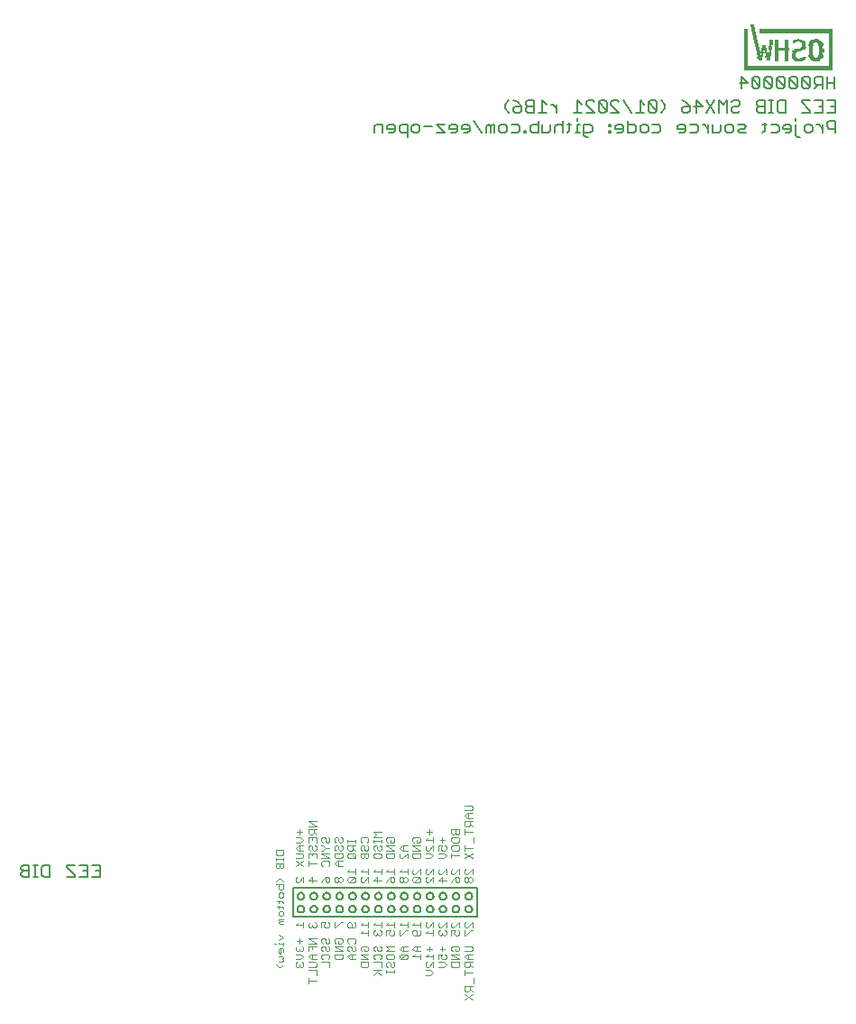
<source format=gbo>
G75*
%MOIN*%
%OFA0B0*%
%FSLAX25Y25*%
%IPPOS*%
%LPD*%
%AMOC8*
5,1,8,0,0,1.08239X$1,22.5*
%
%ADD10C,0.00500*%
%ADD11C,0.00300*%
%ADD12R,0.32700X0.00300*%
%ADD13R,0.01500X0.00300*%
%ADD14R,0.02700X0.00300*%
%ADD15R,0.03000X0.00300*%
%ADD16R,0.03600X0.00300*%
%ADD17R,0.04200X0.00300*%
%ADD18R,0.04800X0.00300*%
%ADD19R,0.04500X0.00300*%
%ADD20R,0.02100X0.00300*%
%ADD21R,0.01800X0.00300*%
%ADD22R,0.01200X0.00300*%
%ADD23R,0.00600X0.00300*%
%ADD24R,0.00900X0.00300*%
%ADD25R,0.02400X0.00300*%
%ADD26R,0.03300X0.00300*%
%ADD27R,0.05400X0.00300*%
%ADD28R,0.03900X0.00300*%
%ADD29R,0.27000X0.00300*%
%ADD30C,0.00600*%
D10*
X0359846Y0120520D02*
X0360597Y0119770D01*
X0362849Y0119770D01*
X0362849Y0124274D01*
X0360597Y0124274D01*
X0359846Y0123523D01*
X0359846Y0122772D01*
X0360597Y0122022D01*
X0362849Y0122022D01*
X0360597Y0122022D02*
X0359846Y0121271D01*
X0359846Y0120520D01*
X0364417Y0119770D02*
X0365918Y0119770D01*
X0365167Y0119770D02*
X0365167Y0124274D01*
X0364417Y0124274D02*
X0365918Y0124274D01*
X0367519Y0123523D02*
X0368270Y0124274D01*
X0370522Y0124274D01*
X0370522Y0119770D01*
X0368270Y0119770D01*
X0367519Y0120520D01*
X0367519Y0123523D01*
X0376727Y0123523D02*
X0379730Y0120520D01*
X0379730Y0119770D01*
X0376727Y0119770D01*
X0376727Y0123523D02*
X0376727Y0124274D01*
X0379730Y0124274D01*
X0381331Y0124274D02*
X0384334Y0124274D01*
X0384334Y0119770D01*
X0381331Y0119770D01*
X0382832Y0122022D02*
X0384334Y0122022D01*
X0385935Y0124274D02*
X0388938Y0124274D01*
X0388938Y0119770D01*
X0385935Y0119770D01*
X0387436Y0122022D02*
X0388938Y0122022D01*
X0460238Y0115720D02*
X0460238Y0105220D01*
X0528488Y0105220D01*
X0528488Y0115720D01*
X0460238Y0115720D01*
X0461988Y0112745D02*
X0461990Y0112815D01*
X0461996Y0112885D01*
X0462006Y0112954D01*
X0462019Y0113023D01*
X0462037Y0113091D01*
X0462058Y0113158D01*
X0462083Y0113223D01*
X0462112Y0113287D01*
X0462144Y0113350D01*
X0462180Y0113410D01*
X0462219Y0113468D01*
X0462261Y0113524D01*
X0462306Y0113578D01*
X0462354Y0113629D01*
X0462405Y0113677D01*
X0462459Y0113722D01*
X0462515Y0113764D01*
X0462573Y0113803D01*
X0462633Y0113839D01*
X0462696Y0113871D01*
X0462760Y0113900D01*
X0462825Y0113925D01*
X0462892Y0113946D01*
X0462960Y0113964D01*
X0463029Y0113977D01*
X0463098Y0113987D01*
X0463168Y0113993D01*
X0463238Y0113995D01*
X0463308Y0113993D01*
X0463378Y0113987D01*
X0463447Y0113977D01*
X0463516Y0113964D01*
X0463584Y0113946D01*
X0463651Y0113925D01*
X0463716Y0113900D01*
X0463780Y0113871D01*
X0463843Y0113839D01*
X0463903Y0113803D01*
X0463961Y0113764D01*
X0464017Y0113722D01*
X0464071Y0113677D01*
X0464122Y0113629D01*
X0464170Y0113578D01*
X0464215Y0113524D01*
X0464257Y0113468D01*
X0464296Y0113410D01*
X0464332Y0113350D01*
X0464364Y0113287D01*
X0464393Y0113223D01*
X0464418Y0113158D01*
X0464439Y0113091D01*
X0464457Y0113023D01*
X0464470Y0112954D01*
X0464480Y0112885D01*
X0464486Y0112815D01*
X0464488Y0112745D01*
X0464486Y0112675D01*
X0464480Y0112605D01*
X0464470Y0112536D01*
X0464457Y0112467D01*
X0464439Y0112399D01*
X0464418Y0112332D01*
X0464393Y0112267D01*
X0464364Y0112203D01*
X0464332Y0112140D01*
X0464296Y0112080D01*
X0464257Y0112022D01*
X0464215Y0111966D01*
X0464170Y0111912D01*
X0464122Y0111861D01*
X0464071Y0111813D01*
X0464017Y0111768D01*
X0463961Y0111726D01*
X0463903Y0111687D01*
X0463843Y0111651D01*
X0463780Y0111619D01*
X0463716Y0111590D01*
X0463651Y0111565D01*
X0463584Y0111544D01*
X0463516Y0111526D01*
X0463447Y0111513D01*
X0463378Y0111503D01*
X0463308Y0111497D01*
X0463238Y0111495D01*
X0463168Y0111497D01*
X0463098Y0111503D01*
X0463029Y0111513D01*
X0462960Y0111526D01*
X0462892Y0111544D01*
X0462825Y0111565D01*
X0462760Y0111590D01*
X0462696Y0111619D01*
X0462633Y0111651D01*
X0462573Y0111687D01*
X0462515Y0111726D01*
X0462459Y0111768D01*
X0462405Y0111813D01*
X0462354Y0111861D01*
X0462306Y0111912D01*
X0462261Y0111966D01*
X0462219Y0112022D01*
X0462180Y0112080D01*
X0462144Y0112140D01*
X0462112Y0112203D01*
X0462083Y0112267D01*
X0462058Y0112332D01*
X0462037Y0112399D01*
X0462019Y0112467D01*
X0462006Y0112536D01*
X0461996Y0112605D01*
X0461990Y0112675D01*
X0461988Y0112745D01*
X0461988Y0107970D02*
X0461990Y0108040D01*
X0461996Y0108110D01*
X0462006Y0108179D01*
X0462019Y0108248D01*
X0462037Y0108316D01*
X0462058Y0108383D01*
X0462083Y0108448D01*
X0462112Y0108512D01*
X0462144Y0108575D01*
X0462180Y0108635D01*
X0462219Y0108693D01*
X0462261Y0108749D01*
X0462306Y0108803D01*
X0462354Y0108854D01*
X0462405Y0108902D01*
X0462459Y0108947D01*
X0462515Y0108989D01*
X0462573Y0109028D01*
X0462633Y0109064D01*
X0462696Y0109096D01*
X0462760Y0109125D01*
X0462825Y0109150D01*
X0462892Y0109171D01*
X0462960Y0109189D01*
X0463029Y0109202D01*
X0463098Y0109212D01*
X0463168Y0109218D01*
X0463238Y0109220D01*
X0463308Y0109218D01*
X0463378Y0109212D01*
X0463447Y0109202D01*
X0463516Y0109189D01*
X0463584Y0109171D01*
X0463651Y0109150D01*
X0463716Y0109125D01*
X0463780Y0109096D01*
X0463843Y0109064D01*
X0463903Y0109028D01*
X0463961Y0108989D01*
X0464017Y0108947D01*
X0464071Y0108902D01*
X0464122Y0108854D01*
X0464170Y0108803D01*
X0464215Y0108749D01*
X0464257Y0108693D01*
X0464296Y0108635D01*
X0464332Y0108575D01*
X0464364Y0108512D01*
X0464393Y0108448D01*
X0464418Y0108383D01*
X0464439Y0108316D01*
X0464457Y0108248D01*
X0464470Y0108179D01*
X0464480Y0108110D01*
X0464486Y0108040D01*
X0464488Y0107970D01*
X0464486Y0107900D01*
X0464480Y0107830D01*
X0464470Y0107761D01*
X0464457Y0107692D01*
X0464439Y0107624D01*
X0464418Y0107557D01*
X0464393Y0107492D01*
X0464364Y0107428D01*
X0464332Y0107365D01*
X0464296Y0107305D01*
X0464257Y0107247D01*
X0464215Y0107191D01*
X0464170Y0107137D01*
X0464122Y0107086D01*
X0464071Y0107038D01*
X0464017Y0106993D01*
X0463961Y0106951D01*
X0463903Y0106912D01*
X0463843Y0106876D01*
X0463780Y0106844D01*
X0463716Y0106815D01*
X0463651Y0106790D01*
X0463584Y0106769D01*
X0463516Y0106751D01*
X0463447Y0106738D01*
X0463378Y0106728D01*
X0463308Y0106722D01*
X0463238Y0106720D01*
X0463168Y0106722D01*
X0463098Y0106728D01*
X0463029Y0106738D01*
X0462960Y0106751D01*
X0462892Y0106769D01*
X0462825Y0106790D01*
X0462760Y0106815D01*
X0462696Y0106844D01*
X0462633Y0106876D01*
X0462573Y0106912D01*
X0462515Y0106951D01*
X0462459Y0106993D01*
X0462405Y0107038D01*
X0462354Y0107086D01*
X0462306Y0107137D01*
X0462261Y0107191D01*
X0462219Y0107247D01*
X0462180Y0107305D01*
X0462144Y0107365D01*
X0462112Y0107428D01*
X0462083Y0107492D01*
X0462058Y0107557D01*
X0462037Y0107624D01*
X0462019Y0107692D01*
X0462006Y0107761D01*
X0461996Y0107830D01*
X0461990Y0107900D01*
X0461988Y0107970D01*
X0466763Y0107970D02*
X0466765Y0108040D01*
X0466771Y0108110D01*
X0466781Y0108179D01*
X0466794Y0108248D01*
X0466812Y0108316D01*
X0466833Y0108383D01*
X0466858Y0108448D01*
X0466887Y0108512D01*
X0466919Y0108575D01*
X0466955Y0108635D01*
X0466994Y0108693D01*
X0467036Y0108749D01*
X0467081Y0108803D01*
X0467129Y0108854D01*
X0467180Y0108902D01*
X0467234Y0108947D01*
X0467290Y0108989D01*
X0467348Y0109028D01*
X0467408Y0109064D01*
X0467471Y0109096D01*
X0467535Y0109125D01*
X0467600Y0109150D01*
X0467667Y0109171D01*
X0467735Y0109189D01*
X0467804Y0109202D01*
X0467873Y0109212D01*
X0467943Y0109218D01*
X0468013Y0109220D01*
X0468083Y0109218D01*
X0468153Y0109212D01*
X0468222Y0109202D01*
X0468291Y0109189D01*
X0468359Y0109171D01*
X0468426Y0109150D01*
X0468491Y0109125D01*
X0468555Y0109096D01*
X0468618Y0109064D01*
X0468678Y0109028D01*
X0468736Y0108989D01*
X0468792Y0108947D01*
X0468846Y0108902D01*
X0468897Y0108854D01*
X0468945Y0108803D01*
X0468990Y0108749D01*
X0469032Y0108693D01*
X0469071Y0108635D01*
X0469107Y0108575D01*
X0469139Y0108512D01*
X0469168Y0108448D01*
X0469193Y0108383D01*
X0469214Y0108316D01*
X0469232Y0108248D01*
X0469245Y0108179D01*
X0469255Y0108110D01*
X0469261Y0108040D01*
X0469263Y0107970D01*
X0469261Y0107900D01*
X0469255Y0107830D01*
X0469245Y0107761D01*
X0469232Y0107692D01*
X0469214Y0107624D01*
X0469193Y0107557D01*
X0469168Y0107492D01*
X0469139Y0107428D01*
X0469107Y0107365D01*
X0469071Y0107305D01*
X0469032Y0107247D01*
X0468990Y0107191D01*
X0468945Y0107137D01*
X0468897Y0107086D01*
X0468846Y0107038D01*
X0468792Y0106993D01*
X0468736Y0106951D01*
X0468678Y0106912D01*
X0468618Y0106876D01*
X0468555Y0106844D01*
X0468491Y0106815D01*
X0468426Y0106790D01*
X0468359Y0106769D01*
X0468291Y0106751D01*
X0468222Y0106738D01*
X0468153Y0106728D01*
X0468083Y0106722D01*
X0468013Y0106720D01*
X0467943Y0106722D01*
X0467873Y0106728D01*
X0467804Y0106738D01*
X0467735Y0106751D01*
X0467667Y0106769D01*
X0467600Y0106790D01*
X0467535Y0106815D01*
X0467471Y0106844D01*
X0467408Y0106876D01*
X0467348Y0106912D01*
X0467290Y0106951D01*
X0467234Y0106993D01*
X0467180Y0107038D01*
X0467129Y0107086D01*
X0467081Y0107137D01*
X0467036Y0107191D01*
X0466994Y0107247D01*
X0466955Y0107305D01*
X0466919Y0107365D01*
X0466887Y0107428D01*
X0466858Y0107492D01*
X0466833Y0107557D01*
X0466812Y0107624D01*
X0466794Y0107692D01*
X0466781Y0107761D01*
X0466771Y0107830D01*
X0466765Y0107900D01*
X0466763Y0107970D01*
X0466763Y0112745D02*
X0466765Y0112815D01*
X0466771Y0112885D01*
X0466781Y0112954D01*
X0466794Y0113023D01*
X0466812Y0113091D01*
X0466833Y0113158D01*
X0466858Y0113223D01*
X0466887Y0113287D01*
X0466919Y0113350D01*
X0466955Y0113410D01*
X0466994Y0113468D01*
X0467036Y0113524D01*
X0467081Y0113578D01*
X0467129Y0113629D01*
X0467180Y0113677D01*
X0467234Y0113722D01*
X0467290Y0113764D01*
X0467348Y0113803D01*
X0467408Y0113839D01*
X0467471Y0113871D01*
X0467535Y0113900D01*
X0467600Y0113925D01*
X0467667Y0113946D01*
X0467735Y0113964D01*
X0467804Y0113977D01*
X0467873Y0113987D01*
X0467943Y0113993D01*
X0468013Y0113995D01*
X0468083Y0113993D01*
X0468153Y0113987D01*
X0468222Y0113977D01*
X0468291Y0113964D01*
X0468359Y0113946D01*
X0468426Y0113925D01*
X0468491Y0113900D01*
X0468555Y0113871D01*
X0468618Y0113839D01*
X0468678Y0113803D01*
X0468736Y0113764D01*
X0468792Y0113722D01*
X0468846Y0113677D01*
X0468897Y0113629D01*
X0468945Y0113578D01*
X0468990Y0113524D01*
X0469032Y0113468D01*
X0469071Y0113410D01*
X0469107Y0113350D01*
X0469139Y0113287D01*
X0469168Y0113223D01*
X0469193Y0113158D01*
X0469214Y0113091D01*
X0469232Y0113023D01*
X0469245Y0112954D01*
X0469255Y0112885D01*
X0469261Y0112815D01*
X0469263Y0112745D01*
X0469261Y0112675D01*
X0469255Y0112605D01*
X0469245Y0112536D01*
X0469232Y0112467D01*
X0469214Y0112399D01*
X0469193Y0112332D01*
X0469168Y0112267D01*
X0469139Y0112203D01*
X0469107Y0112140D01*
X0469071Y0112080D01*
X0469032Y0112022D01*
X0468990Y0111966D01*
X0468945Y0111912D01*
X0468897Y0111861D01*
X0468846Y0111813D01*
X0468792Y0111768D01*
X0468736Y0111726D01*
X0468678Y0111687D01*
X0468618Y0111651D01*
X0468555Y0111619D01*
X0468491Y0111590D01*
X0468426Y0111565D01*
X0468359Y0111544D01*
X0468291Y0111526D01*
X0468222Y0111513D01*
X0468153Y0111503D01*
X0468083Y0111497D01*
X0468013Y0111495D01*
X0467943Y0111497D01*
X0467873Y0111503D01*
X0467804Y0111513D01*
X0467735Y0111526D01*
X0467667Y0111544D01*
X0467600Y0111565D01*
X0467535Y0111590D01*
X0467471Y0111619D01*
X0467408Y0111651D01*
X0467348Y0111687D01*
X0467290Y0111726D01*
X0467234Y0111768D01*
X0467180Y0111813D01*
X0467129Y0111861D01*
X0467081Y0111912D01*
X0467036Y0111966D01*
X0466994Y0112022D01*
X0466955Y0112080D01*
X0466919Y0112140D01*
X0466887Y0112203D01*
X0466858Y0112267D01*
X0466833Y0112332D01*
X0466812Y0112399D01*
X0466794Y0112467D01*
X0466781Y0112536D01*
X0466771Y0112605D01*
X0466765Y0112675D01*
X0466763Y0112745D01*
X0471538Y0112745D02*
X0471540Y0112815D01*
X0471546Y0112885D01*
X0471556Y0112954D01*
X0471569Y0113023D01*
X0471587Y0113091D01*
X0471608Y0113158D01*
X0471633Y0113223D01*
X0471662Y0113287D01*
X0471694Y0113350D01*
X0471730Y0113410D01*
X0471769Y0113468D01*
X0471811Y0113524D01*
X0471856Y0113578D01*
X0471904Y0113629D01*
X0471955Y0113677D01*
X0472009Y0113722D01*
X0472065Y0113764D01*
X0472123Y0113803D01*
X0472183Y0113839D01*
X0472246Y0113871D01*
X0472310Y0113900D01*
X0472375Y0113925D01*
X0472442Y0113946D01*
X0472510Y0113964D01*
X0472579Y0113977D01*
X0472648Y0113987D01*
X0472718Y0113993D01*
X0472788Y0113995D01*
X0472858Y0113993D01*
X0472928Y0113987D01*
X0472997Y0113977D01*
X0473066Y0113964D01*
X0473134Y0113946D01*
X0473201Y0113925D01*
X0473266Y0113900D01*
X0473330Y0113871D01*
X0473393Y0113839D01*
X0473453Y0113803D01*
X0473511Y0113764D01*
X0473567Y0113722D01*
X0473621Y0113677D01*
X0473672Y0113629D01*
X0473720Y0113578D01*
X0473765Y0113524D01*
X0473807Y0113468D01*
X0473846Y0113410D01*
X0473882Y0113350D01*
X0473914Y0113287D01*
X0473943Y0113223D01*
X0473968Y0113158D01*
X0473989Y0113091D01*
X0474007Y0113023D01*
X0474020Y0112954D01*
X0474030Y0112885D01*
X0474036Y0112815D01*
X0474038Y0112745D01*
X0474036Y0112675D01*
X0474030Y0112605D01*
X0474020Y0112536D01*
X0474007Y0112467D01*
X0473989Y0112399D01*
X0473968Y0112332D01*
X0473943Y0112267D01*
X0473914Y0112203D01*
X0473882Y0112140D01*
X0473846Y0112080D01*
X0473807Y0112022D01*
X0473765Y0111966D01*
X0473720Y0111912D01*
X0473672Y0111861D01*
X0473621Y0111813D01*
X0473567Y0111768D01*
X0473511Y0111726D01*
X0473453Y0111687D01*
X0473393Y0111651D01*
X0473330Y0111619D01*
X0473266Y0111590D01*
X0473201Y0111565D01*
X0473134Y0111544D01*
X0473066Y0111526D01*
X0472997Y0111513D01*
X0472928Y0111503D01*
X0472858Y0111497D01*
X0472788Y0111495D01*
X0472718Y0111497D01*
X0472648Y0111503D01*
X0472579Y0111513D01*
X0472510Y0111526D01*
X0472442Y0111544D01*
X0472375Y0111565D01*
X0472310Y0111590D01*
X0472246Y0111619D01*
X0472183Y0111651D01*
X0472123Y0111687D01*
X0472065Y0111726D01*
X0472009Y0111768D01*
X0471955Y0111813D01*
X0471904Y0111861D01*
X0471856Y0111912D01*
X0471811Y0111966D01*
X0471769Y0112022D01*
X0471730Y0112080D01*
X0471694Y0112140D01*
X0471662Y0112203D01*
X0471633Y0112267D01*
X0471608Y0112332D01*
X0471587Y0112399D01*
X0471569Y0112467D01*
X0471556Y0112536D01*
X0471546Y0112605D01*
X0471540Y0112675D01*
X0471538Y0112745D01*
X0471538Y0107970D02*
X0471540Y0108040D01*
X0471546Y0108110D01*
X0471556Y0108179D01*
X0471569Y0108248D01*
X0471587Y0108316D01*
X0471608Y0108383D01*
X0471633Y0108448D01*
X0471662Y0108512D01*
X0471694Y0108575D01*
X0471730Y0108635D01*
X0471769Y0108693D01*
X0471811Y0108749D01*
X0471856Y0108803D01*
X0471904Y0108854D01*
X0471955Y0108902D01*
X0472009Y0108947D01*
X0472065Y0108989D01*
X0472123Y0109028D01*
X0472183Y0109064D01*
X0472246Y0109096D01*
X0472310Y0109125D01*
X0472375Y0109150D01*
X0472442Y0109171D01*
X0472510Y0109189D01*
X0472579Y0109202D01*
X0472648Y0109212D01*
X0472718Y0109218D01*
X0472788Y0109220D01*
X0472858Y0109218D01*
X0472928Y0109212D01*
X0472997Y0109202D01*
X0473066Y0109189D01*
X0473134Y0109171D01*
X0473201Y0109150D01*
X0473266Y0109125D01*
X0473330Y0109096D01*
X0473393Y0109064D01*
X0473453Y0109028D01*
X0473511Y0108989D01*
X0473567Y0108947D01*
X0473621Y0108902D01*
X0473672Y0108854D01*
X0473720Y0108803D01*
X0473765Y0108749D01*
X0473807Y0108693D01*
X0473846Y0108635D01*
X0473882Y0108575D01*
X0473914Y0108512D01*
X0473943Y0108448D01*
X0473968Y0108383D01*
X0473989Y0108316D01*
X0474007Y0108248D01*
X0474020Y0108179D01*
X0474030Y0108110D01*
X0474036Y0108040D01*
X0474038Y0107970D01*
X0474036Y0107900D01*
X0474030Y0107830D01*
X0474020Y0107761D01*
X0474007Y0107692D01*
X0473989Y0107624D01*
X0473968Y0107557D01*
X0473943Y0107492D01*
X0473914Y0107428D01*
X0473882Y0107365D01*
X0473846Y0107305D01*
X0473807Y0107247D01*
X0473765Y0107191D01*
X0473720Y0107137D01*
X0473672Y0107086D01*
X0473621Y0107038D01*
X0473567Y0106993D01*
X0473511Y0106951D01*
X0473453Y0106912D01*
X0473393Y0106876D01*
X0473330Y0106844D01*
X0473266Y0106815D01*
X0473201Y0106790D01*
X0473134Y0106769D01*
X0473066Y0106751D01*
X0472997Y0106738D01*
X0472928Y0106728D01*
X0472858Y0106722D01*
X0472788Y0106720D01*
X0472718Y0106722D01*
X0472648Y0106728D01*
X0472579Y0106738D01*
X0472510Y0106751D01*
X0472442Y0106769D01*
X0472375Y0106790D01*
X0472310Y0106815D01*
X0472246Y0106844D01*
X0472183Y0106876D01*
X0472123Y0106912D01*
X0472065Y0106951D01*
X0472009Y0106993D01*
X0471955Y0107038D01*
X0471904Y0107086D01*
X0471856Y0107137D01*
X0471811Y0107191D01*
X0471769Y0107247D01*
X0471730Y0107305D01*
X0471694Y0107365D01*
X0471662Y0107428D01*
X0471633Y0107492D01*
X0471608Y0107557D01*
X0471587Y0107624D01*
X0471569Y0107692D01*
X0471556Y0107761D01*
X0471546Y0107830D01*
X0471540Y0107900D01*
X0471538Y0107970D01*
X0476313Y0107970D02*
X0476315Y0108040D01*
X0476321Y0108110D01*
X0476331Y0108179D01*
X0476344Y0108248D01*
X0476362Y0108316D01*
X0476383Y0108383D01*
X0476408Y0108448D01*
X0476437Y0108512D01*
X0476469Y0108575D01*
X0476505Y0108635D01*
X0476544Y0108693D01*
X0476586Y0108749D01*
X0476631Y0108803D01*
X0476679Y0108854D01*
X0476730Y0108902D01*
X0476784Y0108947D01*
X0476840Y0108989D01*
X0476898Y0109028D01*
X0476958Y0109064D01*
X0477021Y0109096D01*
X0477085Y0109125D01*
X0477150Y0109150D01*
X0477217Y0109171D01*
X0477285Y0109189D01*
X0477354Y0109202D01*
X0477423Y0109212D01*
X0477493Y0109218D01*
X0477563Y0109220D01*
X0477633Y0109218D01*
X0477703Y0109212D01*
X0477772Y0109202D01*
X0477841Y0109189D01*
X0477909Y0109171D01*
X0477976Y0109150D01*
X0478041Y0109125D01*
X0478105Y0109096D01*
X0478168Y0109064D01*
X0478228Y0109028D01*
X0478286Y0108989D01*
X0478342Y0108947D01*
X0478396Y0108902D01*
X0478447Y0108854D01*
X0478495Y0108803D01*
X0478540Y0108749D01*
X0478582Y0108693D01*
X0478621Y0108635D01*
X0478657Y0108575D01*
X0478689Y0108512D01*
X0478718Y0108448D01*
X0478743Y0108383D01*
X0478764Y0108316D01*
X0478782Y0108248D01*
X0478795Y0108179D01*
X0478805Y0108110D01*
X0478811Y0108040D01*
X0478813Y0107970D01*
X0478811Y0107900D01*
X0478805Y0107830D01*
X0478795Y0107761D01*
X0478782Y0107692D01*
X0478764Y0107624D01*
X0478743Y0107557D01*
X0478718Y0107492D01*
X0478689Y0107428D01*
X0478657Y0107365D01*
X0478621Y0107305D01*
X0478582Y0107247D01*
X0478540Y0107191D01*
X0478495Y0107137D01*
X0478447Y0107086D01*
X0478396Y0107038D01*
X0478342Y0106993D01*
X0478286Y0106951D01*
X0478228Y0106912D01*
X0478168Y0106876D01*
X0478105Y0106844D01*
X0478041Y0106815D01*
X0477976Y0106790D01*
X0477909Y0106769D01*
X0477841Y0106751D01*
X0477772Y0106738D01*
X0477703Y0106728D01*
X0477633Y0106722D01*
X0477563Y0106720D01*
X0477493Y0106722D01*
X0477423Y0106728D01*
X0477354Y0106738D01*
X0477285Y0106751D01*
X0477217Y0106769D01*
X0477150Y0106790D01*
X0477085Y0106815D01*
X0477021Y0106844D01*
X0476958Y0106876D01*
X0476898Y0106912D01*
X0476840Y0106951D01*
X0476784Y0106993D01*
X0476730Y0107038D01*
X0476679Y0107086D01*
X0476631Y0107137D01*
X0476586Y0107191D01*
X0476544Y0107247D01*
X0476505Y0107305D01*
X0476469Y0107365D01*
X0476437Y0107428D01*
X0476408Y0107492D01*
X0476383Y0107557D01*
X0476362Y0107624D01*
X0476344Y0107692D01*
X0476331Y0107761D01*
X0476321Y0107830D01*
X0476315Y0107900D01*
X0476313Y0107970D01*
X0476313Y0112745D02*
X0476315Y0112815D01*
X0476321Y0112885D01*
X0476331Y0112954D01*
X0476344Y0113023D01*
X0476362Y0113091D01*
X0476383Y0113158D01*
X0476408Y0113223D01*
X0476437Y0113287D01*
X0476469Y0113350D01*
X0476505Y0113410D01*
X0476544Y0113468D01*
X0476586Y0113524D01*
X0476631Y0113578D01*
X0476679Y0113629D01*
X0476730Y0113677D01*
X0476784Y0113722D01*
X0476840Y0113764D01*
X0476898Y0113803D01*
X0476958Y0113839D01*
X0477021Y0113871D01*
X0477085Y0113900D01*
X0477150Y0113925D01*
X0477217Y0113946D01*
X0477285Y0113964D01*
X0477354Y0113977D01*
X0477423Y0113987D01*
X0477493Y0113993D01*
X0477563Y0113995D01*
X0477633Y0113993D01*
X0477703Y0113987D01*
X0477772Y0113977D01*
X0477841Y0113964D01*
X0477909Y0113946D01*
X0477976Y0113925D01*
X0478041Y0113900D01*
X0478105Y0113871D01*
X0478168Y0113839D01*
X0478228Y0113803D01*
X0478286Y0113764D01*
X0478342Y0113722D01*
X0478396Y0113677D01*
X0478447Y0113629D01*
X0478495Y0113578D01*
X0478540Y0113524D01*
X0478582Y0113468D01*
X0478621Y0113410D01*
X0478657Y0113350D01*
X0478689Y0113287D01*
X0478718Y0113223D01*
X0478743Y0113158D01*
X0478764Y0113091D01*
X0478782Y0113023D01*
X0478795Y0112954D01*
X0478805Y0112885D01*
X0478811Y0112815D01*
X0478813Y0112745D01*
X0478811Y0112675D01*
X0478805Y0112605D01*
X0478795Y0112536D01*
X0478782Y0112467D01*
X0478764Y0112399D01*
X0478743Y0112332D01*
X0478718Y0112267D01*
X0478689Y0112203D01*
X0478657Y0112140D01*
X0478621Y0112080D01*
X0478582Y0112022D01*
X0478540Y0111966D01*
X0478495Y0111912D01*
X0478447Y0111861D01*
X0478396Y0111813D01*
X0478342Y0111768D01*
X0478286Y0111726D01*
X0478228Y0111687D01*
X0478168Y0111651D01*
X0478105Y0111619D01*
X0478041Y0111590D01*
X0477976Y0111565D01*
X0477909Y0111544D01*
X0477841Y0111526D01*
X0477772Y0111513D01*
X0477703Y0111503D01*
X0477633Y0111497D01*
X0477563Y0111495D01*
X0477493Y0111497D01*
X0477423Y0111503D01*
X0477354Y0111513D01*
X0477285Y0111526D01*
X0477217Y0111544D01*
X0477150Y0111565D01*
X0477085Y0111590D01*
X0477021Y0111619D01*
X0476958Y0111651D01*
X0476898Y0111687D01*
X0476840Y0111726D01*
X0476784Y0111768D01*
X0476730Y0111813D01*
X0476679Y0111861D01*
X0476631Y0111912D01*
X0476586Y0111966D01*
X0476544Y0112022D01*
X0476505Y0112080D01*
X0476469Y0112140D01*
X0476437Y0112203D01*
X0476408Y0112267D01*
X0476383Y0112332D01*
X0476362Y0112399D01*
X0476344Y0112467D01*
X0476331Y0112536D01*
X0476321Y0112605D01*
X0476315Y0112675D01*
X0476313Y0112745D01*
X0481088Y0112745D02*
X0481090Y0112815D01*
X0481096Y0112885D01*
X0481106Y0112954D01*
X0481119Y0113023D01*
X0481137Y0113091D01*
X0481158Y0113158D01*
X0481183Y0113223D01*
X0481212Y0113287D01*
X0481244Y0113350D01*
X0481280Y0113410D01*
X0481319Y0113468D01*
X0481361Y0113524D01*
X0481406Y0113578D01*
X0481454Y0113629D01*
X0481505Y0113677D01*
X0481559Y0113722D01*
X0481615Y0113764D01*
X0481673Y0113803D01*
X0481733Y0113839D01*
X0481796Y0113871D01*
X0481860Y0113900D01*
X0481925Y0113925D01*
X0481992Y0113946D01*
X0482060Y0113964D01*
X0482129Y0113977D01*
X0482198Y0113987D01*
X0482268Y0113993D01*
X0482338Y0113995D01*
X0482408Y0113993D01*
X0482478Y0113987D01*
X0482547Y0113977D01*
X0482616Y0113964D01*
X0482684Y0113946D01*
X0482751Y0113925D01*
X0482816Y0113900D01*
X0482880Y0113871D01*
X0482943Y0113839D01*
X0483003Y0113803D01*
X0483061Y0113764D01*
X0483117Y0113722D01*
X0483171Y0113677D01*
X0483222Y0113629D01*
X0483270Y0113578D01*
X0483315Y0113524D01*
X0483357Y0113468D01*
X0483396Y0113410D01*
X0483432Y0113350D01*
X0483464Y0113287D01*
X0483493Y0113223D01*
X0483518Y0113158D01*
X0483539Y0113091D01*
X0483557Y0113023D01*
X0483570Y0112954D01*
X0483580Y0112885D01*
X0483586Y0112815D01*
X0483588Y0112745D01*
X0483586Y0112675D01*
X0483580Y0112605D01*
X0483570Y0112536D01*
X0483557Y0112467D01*
X0483539Y0112399D01*
X0483518Y0112332D01*
X0483493Y0112267D01*
X0483464Y0112203D01*
X0483432Y0112140D01*
X0483396Y0112080D01*
X0483357Y0112022D01*
X0483315Y0111966D01*
X0483270Y0111912D01*
X0483222Y0111861D01*
X0483171Y0111813D01*
X0483117Y0111768D01*
X0483061Y0111726D01*
X0483003Y0111687D01*
X0482943Y0111651D01*
X0482880Y0111619D01*
X0482816Y0111590D01*
X0482751Y0111565D01*
X0482684Y0111544D01*
X0482616Y0111526D01*
X0482547Y0111513D01*
X0482478Y0111503D01*
X0482408Y0111497D01*
X0482338Y0111495D01*
X0482268Y0111497D01*
X0482198Y0111503D01*
X0482129Y0111513D01*
X0482060Y0111526D01*
X0481992Y0111544D01*
X0481925Y0111565D01*
X0481860Y0111590D01*
X0481796Y0111619D01*
X0481733Y0111651D01*
X0481673Y0111687D01*
X0481615Y0111726D01*
X0481559Y0111768D01*
X0481505Y0111813D01*
X0481454Y0111861D01*
X0481406Y0111912D01*
X0481361Y0111966D01*
X0481319Y0112022D01*
X0481280Y0112080D01*
X0481244Y0112140D01*
X0481212Y0112203D01*
X0481183Y0112267D01*
X0481158Y0112332D01*
X0481137Y0112399D01*
X0481119Y0112467D01*
X0481106Y0112536D01*
X0481096Y0112605D01*
X0481090Y0112675D01*
X0481088Y0112745D01*
X0481088Y0107970D02*
X0481090Y0108040D01*
X0481096Y0108110D01*
X0481106Y0108179D01*
X0481119Y0108248D01*
X0481137Y0108316D01*
X0481158Y0108383D01*
X0481183Y0108448D01*
X0481212Y0108512D01*
X0481244Y0108575D01*
X0481280Y0108635D01*
X0481319Y0108693D01*
X0481361Y0108749D01*
X0481406Y0108803D01*
X0481454Y0108854D01*
X0481505Y0108902D01*
X0481559Y0108947D01*
X0481615Y0108989D01*
X0481673Y0109028D01*
X0481733Y0109064D01*
X0481796Y0109096D01*
X0481860Y0109125D01*
X0481925Y0109150D01*
X0481992Y0109171D01*
X0482060Y0109189D01*
X0482129Y0109202D01*
X0482198Y0109212D01*
X0482268Y0109218D01*
X0482338Y0109220D01*
X0482408Y0109218D01*
X0482478Y0109212D01*
X0482547Y0109202D01*
X0482616Y0109189D01*
X0482684Y0109171D01*
X0482751Y0109150D01*
X0482816Y0109125D01*
X0482880Y0109096D01*
X0482943Y0109064D01*
X0483003Y0109028D01*
X0483061Y0108989D01*
X0483117Y0108947D01*
X0483171Y0108902D01*
X0483222Y0108854D01*
X0483270Y0108803D01*
X0483315Y0108749D01*
X0483357Y0108693D01*
X0483396Y0108635D01*
X0483432Y0108575D01*
X0483464Y0108512D01*
X0483493Y0108448D01*
X0483518Y0108383D01*
X0483539Y0108316D01*
X0483557Y0108248D01*
X0483570Y0108179D01*
X0483580Y0108110D01*
X0483586Y0108040D01*
X0483588Y0107970D01*
X0483586Y0107900D01*
X0483580Y0107830D01*
X0483570Y0107761D01*
X0483557Y0107692D01*
X0483539Y0107624D01*
X0483518Y0107557D01*
X0483493Y0107492D01*
X0483464Y0107428D01*
X0483432Y0107365D01*
X0483396Y0107305D01*
X0483357Y0107247D01*
X0483315Y0107191D01*
X0483270Y0107137D01*
X0483222Y0107086D01*
X0483171Y0107038D01*
X0483117Y0106993D01*
X0483061Y0106951D01*
X0483003Y0106912D01*
X0482943Y0106876D01*
X0482880Y0106844D01*
X0482816Y0106815D01*
X0482751Y0106790D01*
X0482684Y0106769D01*
X0482616Y0106751D01*
X0482547Y0106738D01*
X0482478Y0106728D01*
X0482408Y0106722D01*
X0482338Y0106720D01*
X0482268Y0106722D01*
X0482198Y0106728D01*
X0482129Y0106738D01*
X0482060Y0106751D01*
X0481992Y0106769D01*
X0481925Y0106790D01*
X0481860Y0106815D01*
X0481796Y0106844D01*
X0481733Y0106876D01*
X0481673Y0106912D01*
X0481615Y0106951D01*
X0481559Y0106993D01*
X0481505Y0107038D01*
X0481454Y0107086D01*
X0481406Y0107137D01*
X0481361Y0107191D01*
X0481319Y0107247D01*
X0481280Y0107305D01*
X0481244Y0107365D01*
X0481212Y0107428D01*
X0481183Y0107492D01*
X0481158Y0107557D01*
X0481137Y0107624D01*
X0481119Y0107692D01*
X0481106Y0107761D01*
X0481096Y0107830D01*
X0481090Y0107900D01*
X0481088Y0107970D01*
X0485863Y0107970D02*
X0485865Y0108040D01*
X0485871Y0108110D01*
X0485881Y0108179D01*
X0485894Y0108248D01*
X0485912Y0108316D01*
X0485933Y0108383D01*
X0485958Y0108448D01*
X0485987Y0108512D01*
X0486019Y0108575D01*
X0486055Y0108635D01*
X0486094Y0108693D01*
X0486136Y0108749D01*
X0486181Y0108803D01*
X0486229Y0108854D01*
X0486280Y0108902D01*
X0486334Y0108947D01*
X0486390Y0108989D01*
X0486448Y0109028D01*
X0486508Y0109064D01*
X0486571Y0109096D01*
X0486635Y0109125D01*
X0486700Y0109150D01*
X0486767Y0109171D01*
X0486835Y0109189D01*
X0486904Y0109202D01*
X0486973Y0109212D01*
X0487043Y0109218D01*
X0487113Y0109220D01*
X0487183Y0109218D01*
X0487253Y0109212D01*
X0487322Y0109202D01*
X0487391Y0109189D01*
X0487459Y0109171D01*
X0487526Y0109150D01*
X0487591Y0109125D01*
X0487655Y0109096D01*
X0487718Y0109064D01*
X0487778Y0109028D01*
X0487836Y0108989D01*
X0487892Y0108947D01*
X0487946Y0108902D01*
X0487997Y0108854D01*
X0488045Y0108803D01*
X0488090Y0108749D01*
X0488132Y0108693D01*
X0488171Y0108635D01*
X0488207Y0108575D01*
X0488239Y0108512D01*
X0488268Y0108448D01*
X0488293Y0108383D01*
X0488314Y0108316D01*
X0488332Y0108248D01*
X0488345Y0108179D01*
X0488355Y0108110D01*
X0488361Y0108040D01*
X0488363Y0107970D01*
X0488361Y0107900D01*
X0488355Y0107830D01*
X0488345Y0107761D01*
X0488332Y0107692D01*
X0488314Y0107624D01*
X0488293Y0107557D01*
X0488268Y0107492D01*
X0488239Y0107428D01*
X0488207Y0107365D01*
X0488171Y0107305D01*
X0488132Y0107247D01*
X0488090Y0107191D01*
X0488045Y0107137D01*
X0487997Y0107086D01*
X0487946Y0107038D01*
X0487892Y0106993D01*
X0487836Y0106951D01*
X0487778Y0106912D01*
X0487718Y0106876D01*
X0487655Y0106844D01*
X0487591Y0106815D01*
X0487526Y0106790D01*
X0487459Y0106769D01*
X0487391Y0106751D01*
X0487322Y0106738D01*
X0487253Y0106728D01*
X0487183Y0106722D01*
X0487113Y0106720D01*
X0487043Y0106722D01*
X0486973Y0106728D01*
X0486904Y0106738D01*
X0486835Y0106751D01*
X0486767Y0106769D01*
X0486700Y0106790D01*
X0486635Y0106815D01*
X0486571Y0106844D01*
X0486508Y0106876D01*
X0486448Y0106912D01*
X0486390Y0106951D01*
X0486334Y0106993D01*
X0486280Y0107038D01*
X0486229Y0107086D01*
X0486181Y0107137D01*
X0486136Y0107191D01*
X0486094Y0107247D01*
X0486055Y0107305D01*
X0486019Y0107365D01*
X0485987Y0107428D01*
X0485958Y0107492D01*
X0485933Y0107557D01*
X0485912Y0107624D01*
X0485894Y0107692D01*
X0485881Y0107761D01*
X0485871Y0107830D01*
X0485865Y0107900D01*
X0485863Y0107970D01*
X0485863Y0112745D02*
X0485865Y0112815D01*
X0485871Y0112885D01*
X0485881Y0112954D01*
X0485894Y0113023D01*
X0485912Y0113091D01*
X0485933Y0113158D01*
X0485958Y0113223D01*
X0485987Y0113287D01*
X0486019Y0113350D01*
X0486055Y0113410D01*
X0486094Y0113468D01*
X0486136Y0113524D01*
X0486181Y0113578D01*
X0486229Y0113629D01*
X0486280Y0113677D01*
X0486334Y0113722D01*
X0486390Y0113764D01*
X0486448Y0113803D01*
X0486508Y0113839D01*
X0486571Y0113871D01*
X0486635Y0113900D01*
X0486700Y0113925D01*
X0486767Y0113946D01*
X0486835Y0113964D01*
X0486904Y0113977D01*
X0486973Y0113987D01*
X0487043Y0113993D01*
X0487113Y0113995D01*
X0487183Y0113993D01*
X0487253Y0113987D01*
X0487322Y0113977D01*
X0487391Y0113964D01*
X0487459Y0113946D01*
X0487526Y0113925D01*
X0487591Y0113900D01*
X0487655Y0113871D01*
X0487718Y0113839D01*
X0487778Y0113803D01*
X0487836Y0113764D01*
X0487892Y0113722D01*
X0487946Y0113677D01*
X0487997Y0113629D01*
X0488045Y0113578D01*
X0488090Y0113524D01*
X0488132Y0113468D01*
X0488171Y0113410D01*
X0488207Y0113350D01*
X0488239Y0113287D01*
X0488268Y0113223D01*
X0488293Y0113158D01*
X0488314Y0113091D01*
X0488332Y0113023D01*
X0488345Y0112954D01*
X0488355Y0112885D01*
X0488361Y0112815D01*
X0488363Y0112745D01*
X0488361Y0112675D01*
X0488355Y0112605D01*
X0488345Y0112536D01*
X0488332Y0112467D01*
X0488314Y0112399D01*
X0488293Y0112332D01*
X0488268Y0112267D01*
X0488239Y0112203D01*
X0488207Y0112140D01*
X0488171Y0112080D01*
X0488132Y0112022D01*
X0488090Y0111966D01*
X0488045Y0111912D01*
X0487997Y0111861D01*
X0487946Y0111813D01*
X0487892Y0111768D01*
X0487836Y0111726D01*
X0487778Y0111687D01*
X0487718Y0111651D01*
X0487655Y0111619D01*
X0487591Y0111590D01*
X0487526Y0111565D01*
X0487459Y0111544D01*
X0487391Y0111526D01*
X0487322Y0111513D01*
X0487253Y0111503D01*
X0487183Y0111497D01*
X0487113Y0111495D01*
X0487043Y0111497D01*
X0486973Y0111503D01*
X0486904Y0111513D01*
X0486835Y0111526D01*
X0486767Y0111544D01*
X0486700Y0111565D01*
X0486635Y0111590D01*
X0486571Y0111619D01*
X0486508Y0111651D01*
X0486448Y0111687D01*
X0486390Y0111726D01*
X0486334Y0111768D01*
X0486280Y0111813D01*
X0486229Y0111861D01*
X0486181Y0111912D01*
X0486136Y0111966D01*
X0486094Y0112022D01*
X0486055Y0112080D01*
X0486019Y0112140D01*
X0485987Y0112203D01*
X0485958Y0112267D01*
X0485933Y0112332D01*
X0485912Y0112399D01*
X0485894Y0112467D01*
X0485881Y0112536D01*
X0485871Y0112605D01*
X0485865Y0112675D01*
X0485863Y0112745D01*
X0490638Y0112745D02*
X0490640Y0112815D01*
X0490646Y0112885D01*
X0490656Y0112954D01*
X0490669Y0113023D01*
X0490687Y0113091D01*
X0490708Y0113158D01*
X0490733Y0113223D01*
X0490762Y0113287D01*
X0490794Y0113350D01*
X0490830Y0113410D01*
X0490869Y0113468D01*
X0490911Y0113524D01*
X0490956Y0113578D01*
X0491004Y0113629D01*
X0491055Y0113677D01*
X0491109Y0113722D01*
X0491165Y0113764D01*
X0491223Y0113803D01*
X0491283Y0113839D01*
X0491346Y0113871D01*
X0491410Y0113900D01*
X0491475Y0113925D01*
X0491542Y0113946D01*
X0491610Y0113964D01*
X0491679Y0113977D01*
X0491748Y0113987D01*
X0491818Y0113993D01*
X0491888Y0113995D01*
X0491958Y0113993D01*
X0492028Y0113987D01*
X0492097Y0113977D01*
X0492166Y0113964D01*
X0492234Y0113946D01*
X0492301Y0113925D01*
X0492366Y0113900D01*
X0492430Y0113871D01*
X0492493Y0113839D01*
X0492553Y0113803D01*
X0492611Y0113764D01*
X0492667Y0113722D01*
X0492721Y0113677D01*
X0492772Y0113629D01*
X0492820Y0113578D01*
X0492865Y0113524D01*
X0492907Y0113468D01*
X0492946Y0113410D01*
X0492982Y0113350D01*
X0493014Y0113287D01*
X0493043Y0113223D01*
X0493068Y0113158D01*
X0493089Y0113091D01*
X0493107Y0113023D01*
X0493120Y0112954D01*
X0493130Y0112885D01*
X0493136Y0112815D01*
X0493138Y0112745D01*
X0493136Y0112675D01*
X0493130Y0112605D01*
X0493120Y0112536D01*
X0493107Y0112467D01*
X0493089Y0112399D01*
X0493068Y0112332D01*
X0493043Y0112267D01*
X0493014Y0112203D01*
X0492982Y0112140D01*
X0492946Y0112080D01*
X0492907Y0112022D01*
X0492865Y0111966D01*
X0492820Y0111912D01*
X0492772Y0111861D01*
X0492721Y0111813D01*
X0492667Y0111768D01*
X0492611Y0111726D01*
X0492553Y0111687D01*
X0492493Y0111651D01*
X0492430Y0111619D01*
X0492366Y0111590D01*
X0492301Y0111565D01*
X0492234Y0111544D01*
X0492166Y0111526D01*
X0492097Y0111513D01*
X0492028Y0111503D01*
X0491958Y0111497D01*
X0491888Y0111495D01*
X0491818Y0111497D01*
X0491748Y0111503D01*
X0491679Y0111513D01*
X0491610Y0111526D01*
X0491542Y0111544D01*
X0491475Y0111565D01*
X0491410Y0111590D01*
X0491346Y0111619D01*
X0491283Y0111651D01*
X0491223Y0111687D01*
X0491165Y0111726D01*
X0491109Y0111768D01*
X0491055Y0111813D01*
X0491004Y0111861D01*
X0490956Y0111912D01*
X0490911Y0111966D01*
X0490869Y0112022D01*
X0490830Y0112080D01*
X0490794Y0112140D01*
X0490762Y0112203D01*
X0490733Y0112267D01*
X0490708Y0112332D01*
X0490687Y0112399D01*
X0490669Y0112467D01*
X0490656Y0112536D01*
X0490646Y0112605D01*
X0490640Y0112675D01*
X0490638Y0112745D01*
X0490638Y0107970D02*
X0490640Y0108040D01*
X0490646Y0108110D01*
X0490656Y0108179D01*
X0490669Y0108248D01*
X0490687Y0108316D01*
X0490708Y0108383D01*
X0490733Y0108448D01*
X0490762Y0108512D01*
X0490794Y0108575D01*
X0490830Y0108635D01*
X0490869Y0108693D01*
X0490911Y0108749D01*
X0490956Y0108803D01*
X0491004Y0108854D01*
X0491055Y0108902D01*
X0491109Y0108947D01*
X0491165Y0108989D01*
X0491223Y0109028D01*
X0491283Y0109064D01*
X0491346Y0109096D01*
X0491410Y0109125D01*
X0491475Y0109150D01*
X0491542Y0109171D01*
X0491610Y0109189D01*
X0491679Y0109202D01*
X0491748Y0109212D01*
X0491818Y0109218D01*
X0491888Y0109220D01*
X0491958Y0109218D01*
X0492028Y0109212D01*
X0492097Y0109202D01*
X0492166Y0109189D01*
X0492234Y0109171D01*
X0492301Y0109150D01*
X0492366Y0109125D01*
X0492430Y0109096D01*
X0492493Y0109064D01*
X0492553Y0109028D01*
X0492611Y0108989D01*
X0492667Y0108947D01*
X0492721Y0108902D01*
X0492772Y0108854D01*
X0492820Y0108803D01*
X0492865Y0108749D01*
X0492907Y0108693D01*
X0492946Y0108635D01*
X0492982Y0108575D01*
X0493014Y0108512D01*
X0493043Y0108448D01*
X0493068Y0108383D01*
X0493089Y0108316D01*
X0493107Y0108248D01*
X0493120Y0108179D01*
X0493130Y0108110D01*
X0493136Y0108040D01*
X0493138Y0107970D01*
X0493136Y0107900D01*
X0493130Y0107830D01*
X0493120Y0107761D01*
X0493107Y0107692D01*
X0493089Y0107624D01*
X0493068Y0107557D01*
X0493043Y0107492D01*
X0493014Y0107428D01*
X0492982Y0107365D01*
X0492946Y0107305D01*
X0492907Y0107247D01*
X0492865Y0107191D01*
X0492820Y0107137D01*
X0492772Y0107086D01*
X0492721Y0107038D01*
X0492667Y0106993D01*
X0492611Y0106951D01*
X0492553Y0106912D01*
X0492493Y0106876D01*
X0492430Y0106844D01*
X0492366Y0106815D01*
X0492301Y0106790D01*
X0492234Y0106769D01*
X0492166Y0106751D01*
X0492097Y0106738D01*
X0492028Y0106728D01*
X0491958Y0106722D01*
X0491888Y0106720D01*
X0491818Y0106722D01*
X0491748Y0106728D01*
X0491679Y0106738D01*
X0491610Y0106751D01*
X0491542Y0106769D01*
X0491475Y0106790D01*
X0491410Y0106815D01*
X0491346Y0106844D01*
X0491283Y0106876D01*
X0491223Y0106912D01*
X0491165Y0106951D01*
X0491109Y0106993D01*
X0491055Y0107038D01*
X0491004Y0107086D01*
X0490956Y0107137D01*
X0490911Y0107191D01*
X0490869Y0107247D01*
X0490830Y0107305D01*
X0490794Y0107365D01*
X0490762Y0107428D01*
X0490733Y0107492D01*
X0490708Y0107557D01*
X0490687Y0107624D01*
X0490669Y0107692D01*
X0490656Y0107761D01*
X0490646Y0107830D01*
X0490640Y0107900D01*
X0490638Y0107970D01*
X0495413Y0107970D02*
X0495415Y0108040D01*
X0495421Y0108110D01*
X0495431Y0108179D01*
X0495444Y0108248D01*
X0495462Y0108316D01*
X0495483Y0108383D01*
X0495508Y0108448D01*
X0495537Y0108512D01*
X0495569Y0108575D01*
X0495605Y0108635D01*
X0495644Y0108693D01*
X0495686Y0108749D01*
X0495731Y0108803D01*
X0495779Y0108854D01*
X0495830Y0108902D01*
X0495884Y0108947D01*
X0495940Y0108989D01*
X0495998Y0109028D01*
X0496058Y0109064D01*
X0496121Y0109096D01*
X0496185Y0109125D01*
X0496250Y0109150D01*
X0496317Y0109171D01*
X0496385Y0109189D01*
X0496454Y0109202D01*
X0496523Y0109212D01*
X0496593Y0109218D01*
X0496663Y0109220D01*
X0496733Y0109218D01*
X0496803Y0109212D01*
X0496872Y0109202D01*
X0496941Y0109189D01*
X0497009Y0109171D01*
X0497076Y0109150D01*
X0497141Y0109125D01*
X0497205Y0109096D01*
X0497268Y0109064D01*
X0497328Y0109028D01*
X0497386Y0108989D01*
X0497442Y0108947D01*
X0497496Y0108902D01*
X0497547Y0108854D01*
X0497595Y0108803D01*
X0497640Y0108749D01*
X0497682Y0108693D01*
X0497721Y0108635D01*
X0497757Y0108575D01*
X0497789Y0108512D01*
X0497818Y0108448D01*
X0497843Y0108383D01*
X0497864Y0108316D01*
X0497882Y0108248D01*
X0497895Y0108179D01*
X0497905Y0108110D01*
X0497911Y0108040D01*
X0497913Y0107970D01*
X0497911Y0107900D01*
X0497905Y0107830D01*
X0497895Y0107761D01*
X0497882Y0107692D01*
X0497864Y0107624D01*
X0497843Y0107557D01*
X0497818Y0107492D01*
X0497789Y0107428D01*
X0497757Y0107365D01*
X0497721Y0107305D01*
X0497682Y0107247D01*
X0497640Y0107191D01*
X0497595Y0107137D01*
X0497547Y0107086D01*
X0497496Y0107038D01*
X0497442Y0106993D01*
X0497386Y0106951D01*
X0497328Y0106912D01*
X0497268Y0106876D01*
X0497205Y0106844D01*
X0497141Y0106815D01*
X0497076Y0106790D01*
X0497009Y0106769D01*
X0496941Y0106751D01*
X0496872Y0106738D01*
X0496803Y0106728D01*
X0496733Y0106722D01*
X0496663Y0106720D01*
X0496593Y0106722D01*
X0496523Y0106728D01*
X0496454Y0106738D01*
X0496385Y0106751D01*
X0496317Y0106769D01*
X0496250Y0106790D01*
X0496185Y0106815D01*
X0496121Y0106844D01*
X0496058Y0106876D01*
X0495998Y0106912D01*
X0495940Y0106951D01*
X0495884Y0106993D01*
X0495830Y0107038D01*
X0495779Y0107086D01*
X0495731Y0107137D01*
X0495686Y0107191D01*
X0495644Y0107247D01*
X0495605Y0107305D01*
X0495569Y0107365D01*
X0495537Y0107428D01*
X0495508Y0107492D01*
X0495483Y0107557D01*
X0495462Y0107624D01*
X0495444Y0107692D01*
X0495431Y0107761D01*
X0495421Y0107830D01*
X0495415Y0107900D01*
X0495413Y0107970D01*
X0495413Y0112745D02*
X0495415Y0112815D01*
X0495421Y0112885D01*
X0495431Y0112954D01*
X0495444Y0113023D01*
X0495462Y0113091D01*
X0495483Y0113158D01*
X0495508Y0113223D01*
X0495537Y0113287D01*
X0495569Y0113350D01*
X0495605Y0113410D01*
X0495644Y0113468D01*
X0495686Y0113524D01*
X0495731Y0113578D01*
X0495779Y0113629D01*
X0495830Y0113677D01*
X0495884Y0113722D01*
X0495940Y0113764D01*
X0495998Y0113803D01*
X0496058Y0113839D01*
X0496121Y0113871D01*
X0496185Y0113900D01*
X0496250Y0113925D01*
X0496317Y0113946D01*
X0496385Y0113964D01*
X0496454Y0113977D01*
X0496523Y0113987D01*
X0496593Y0113993D01*
X0496663Y0113995D01*
X0496733Y0113993D01*
X0496803Y0113987D01*
X0496872Y0113977D01*
X0496941Y0113964D01*
X0497009Y0113946D01*
X0497076Y0113925D01*
X0497141Y0113900D01*
X0497205Y0113871D01*
X0497268Y0113839D01*
X0497328Y0113803D01*
X0497386Y0113764D01*
X0497442Y0113722D01*
X0497496Y0113677D01*
X0497547Y0113629D01*
X0497595Y0113578D01*
X0497640Y0113524D01*
X0497682Y0113468D01*
X0497721Y0113410D01*
X0497757Y0113350D01*
X0497789Y0113287D01*
X0497818Y0113223D01*
X0497843Y0113158D01*
X0497864Y0113091D01*
X0497882Y0113023D01*
X0497895Y0112954D01*
X0497905Y0112885D01*
X0497911Y0112815D01*
X0497913Y0112745D01*
X0497911Y0112675D01*
X0497905Y0112605D01*
X0497895Y0112536D01*
X0497882Y0112467D01*
X0497864Y0112399D01*
X0497843Y0112332D01*
X0497818Y0112267D01*
X0497789Y0112203D01*
X0497757Y0112140D01*
X0497721Y0112080D01*
X0497682Y0112022D01*
X0497640Y0111966D01*
X0497595Y0111912D01*
X0497547Y0111861D01*
X0497496Y0111813D01*
X0497442Y0111768D01*
X0497386Y0111726D01*
X0497328Y0111687D01*
X0497268Y0111651D01*
X0497205Y0111619D01*
X0497141Y0111590D01*
X0497076Y0111565D01*
X0497009Y0111544D01*
X0496941Y0111526D01*
X0496872Y0111513D01*
X0496803Y0111503D01*
X0496733Y0111497D01*
X0496663Y0111495D01*
X0496593Y0111497D01*
X0496523Y0111503D01*
X0496454Y0111513D01*
X0496385Y0111526D01*
X0496317Y0111544D01*
X0496250Y0111565D01*
X0496185Y0111590D01*
X0496121Y0111619D01*
X0496058Y0111651D01*
X0495998Y0111687D01*
X0495940Y0111726D01*
X0495884Y0111768D01*
X0495830Y0111813D01*
X0495779Y0111861D01*
X0495731Y0111912D01*
X0495686Y0111966D01*
X0495644Y0112022D01*
X0495605Y0112080D01*
X0495569Y0112140D01*
X0495537Y0112203D01*
X0495508Y0112267D01*
X0495483Y0112332D01*
X0495462Y0112399D01*
X0495444Y0112467D01*
X0495431Y0112536D01*
X0495421Y0112605D01*
X0495415Y0112675D01*
X0495413Y0112745D01*
X0500188Y0112745D02*
X0500190Y0112815D01*
X0500196Y0112885D01*
X0500206Y0112954D01*
X0500219Y0113023D01*
X0500237Y0113091D01*
X0500258Y0113158D01*
X0500283Y0113223D01*
X0500312Y0113287D01*
X0500344Y0113350D01*
X0500380Y0113410D01*
X0500419Y0113468D01*
X0500461Y0113524D01*
X0500506Y0113578D01*
X0500554Y0113629D01*
X0500605Y0113677D01*
X0500659Y0113722D01*
X0500715Y0113764D01*
X0500773Y0113803D01*
X0500833Y0113839D01*
X0500896Y0113871D01*
X0500960Y0113900D01*
X0501025Y0113925D01*
X0501092Y0113946D01*
X0501160Y0113964D01*
X0501229Y0113977D01*
X0501298Y0113987D01*
X0501368Y0113993D01*
X0501438Y0113995D01*
X0501508Y0113993D01*
X0501578Y0113987D01*
X0501647Y0113977D01*
X0501716Y0113964D01*
X0501784Y0113946D01*
X0501851Y0113925D01*
X0501916Y0113900D01*
X0501980Y0113871D01*
X0502043Y0113839D01*
X0502103Y0113803D01*
X0502161Y0113764D01*
X0502217Y0113722D01*
X0502271Y0113677D01*
X0502322Y0113629D01*
X0502370Y0113578D01*
X0502415Y0113524D01*
X0502457Y0113468D01*
X0502496Y0113410D01*
X0502532Y0113350D01*
X0502564Y0113287D01*
X0502593Y0113223D01*
X0502618Y0113158D01*
X0502639Y0113091D01*
X0502657Y0113023D01*
X0502670Y0112954D01*
X0502680Y0112885D01*
X0502686Y0112815D01*
X0502688Y0112745D01*
X0502686Y0112675D01*
X0502680Y0112605D01*
X0502670Y0112536D01*
X0502657Y0112467D01*
X0502639Y0112399D01*
X0502618Y0112332D01*
X0502593Y0112267D01*
X0502564Y0112203D01*
X0502532Y0112140D01*
X0502496Y0112080D01*
X0502457Y0112022D01*
X0502415Y0111966D01*
X0502370Y0111912D01*
X0502322Y0111861D01*
X0502271Y0111813D01*
X0502217Y0111768D01*
X0502161Y0111726D01*
X0502103Y0111687D01*
X0502043Y0111651D01*
X0501980Y0111619D01*
X0501916Y0111590D01*
X0501851Y0111565D01*
X0501784Y0111544D01*
X0501716Y0111526D01*
X0501647Y0111513D01*
X0501578Y0111503D01*
X0501508Y0111497D01*
X0501438Y0111495D01*
X0501368Y0111497D01*
X0501298Y0111503D01*
X0501229Y0111513D01*
X0501160Y0111526D01*
X0501092Y0111544D01*
X0501025Y0111565D01*
X0500960Y0111590D01*
X0500896Y0111619D01*
X0500833Y0111651D01*
X0500773Y0111687D01*
X0500715Y0111726D01*
X0500659Y0111768D01*
X0500605Y0111813D01*
X0500554Y0111861D01*
X0500506Y0111912D01*
X0500461Y0111966D01*
X0500419Y0112022D01*
X0500380Y0112080D01*
X0500344Y0112140D01*
X0500312Y0112203D01*
X0500283Y0112267D01*
X0500258Y0112332D01*
X0500237Y0112399D01*
X0500219Y0112467D01*
X0500206Y0112536D01*
X0500196Y0112605D01*
X0500190Y0112675D01*
X0500188Y0112745D01*
X0500188Y0107970D02*
X0500190Y0108040D01*
X0500196Y0108110D01*
X0500206Y0108179D01*
X0500219Y0108248D01*
X0500237Y0108316D01*
X0500258Y0108383D01*
X0500283Y0108448D01*
X0500312Y0108512D01*
X0500344Y0108575D01*
X0500380Y0108635D01*
X0500419Y0108693D01*
X0500461Y0108749D01*
X0500506Y0108803D01*
X0500554Y0108854D01*
X0500605Y0108902D01*
X0500659Y0108947D01*
X0500715Y0108989D01*
X0500773Y0109028D01*
X0500833Y0109064D01*
X0500896Y0109096D01*
X0500960Y0109125D01*
X0501025Y0109150D01*
X0501092Y0109171D01*
X0501160Y0109189D01*
X0501229Y0109202D01*
X0501298Y0109212D01*
X0501368Y0109218D01*
X0501438Y0109220D01*
X0501508Y0109218D01*
X0501578Y0109212D01*
X0501647Y0109202D01*
X0501716Y0109189D01*
X0501784Y0109171D01*
X0501851Y0109150D01*
X0501916Y0109125D01*
X0501980Y0109096D01*
X0502043Y0109064D01*
X0502103Y0109028D01*
X0502161Y0108989D01*
X0502217Y0108947D01*
X0502271Y0108902D01*
X0502322Y0108854D01*
X0502370Y0108803D01*
X0502415Y0108749D01*
X0502457Y0108693D01*
X0502496Y0108635D01*
X0502532Y0108575D01*
X0502564Y0108512D01*
X0502593Y0108448D01*
X0502618Y0108383D01*
X0502639Y0108316D01*
X0502657Y0108248D01*
X0502670Y0108179D01*
X0502680Y0108110D01*
X0502686Y0108040D01*
X0502688Y0107970D01*
X0502686Y0107900D01*
X0502680Y0107830D01*
X0502670Y0107761D01*
X0502657Y0107692D01*
X0502639Y0107624D01*
X0502618Y0107557D01*
X0502593Y0107492D01*
X0502564Y0107428D01*
X0502532Y0107365D01*
X0502496Y0107305D01*
X0502457Y0107247D01*
X0502415Y0107191D01*
X0502370Y0107137D01*
X0502322Y0107086D01*
X0502271Y0107038D01*
X0502217Y0106993D01*
X0502161Y0106951D01*
X0502103Y0106912D01*
X0502043Y0106876D01*
X0501980Y0106844D01*
X0501916Y0106815D01*
X0501851Y0106790D01*
X0501784Y0106769D01*
X0501716Y0106751D01*
X0501647Y0106738D01*
X0501578Y0106728D01*
X0501508Y0106722D01*
X0501438Y0106720D01*
X0501368Y0106722D01*
X0501298Y0106728D01*
X0501229Y0106738D01*
X0501160Y0106751D01*
X0501092Y0106769D01*
X0501025Y0106790D01*
X0500960Y0106815D01*
X0500896Y0106844D01*
X0500833Y0106876D01*
X0500773Y0106912D01*
X0500715Y0106951D01*
X0500659Y0106993D01*
X0500605Y0107038D01*
X0500554Y0107086D01*
X0500506Y0107137D01*
X0500461Y0107191D01*
X0500419Y0107247D01*
X0500380Y0107305D01*
X0500344Y0107365D01*
X0500312Y0107428D01*
X0500283Y0107492D01*
X0500258Y0107557D01*
X0500237Y0107624D01*
X0500219Y0107692D01*
X0500206Y0107761D01*
X0500196Y0107830D01*
X0500190Y0107900D01*
X0500188Y0107970D01*
X0504963Y0107970D02*
X0504965Y0108040D01*
X0504971Y0108110D01*
X0504981Y0108179D01*
X0504994Y0108248D01*
X0505012Y0108316D01*
X0505033Y0108383D01*
X0505058Y0108448D01*
X0505087Y0108512D01*
X0505119Y0108575D01*
X0505155Y0108635D01*
X0505194Y0108693D01*
X0505236Y0108749D01*
X0505281Y0108803D01*
X0505329Y0108854D01*
X0505380Y0108902D01*
X0505434Y0108947D01*
X0505490Y0108989D01*
X0505548Y0109028D01*
X0505608Y0109064D01*
X0505671Y0109096D01*
X0505735Y0109125D01*
X0505800Y0109150D01*
X0505867Y0109171D01*
X0505935Y0109189D01*
X0506004Y0109202D01*
X0506073Y0109212D01*
X0506143Y0109218D01*
X0506213Y0109220D01*
X0506283Y0109218D01*
X0506353Y0109212D01*
X0506422Y0109202D01*
X0506491Y0109189D01*
X0506559Y0109171D01*
X0506626Y0109150D01*
X0506691Y0109125D01*
X0506755Y0109096D01*
X0506818Y0109064D01*
X0506878Y0109028D01*
X0506936Y0108989D01*
X0506992Y0108947D01*
X0507046Y0108902D01*
X0507097Y0108854D01*
X0507145Y0108803D01*
X0507190Y0108749D01*
X0507232Y0108693D01*
X0507271Y0108635D01*
X0507307Y0108575D01*
X0507339Y0108512D01*
X0507368Y0108448D01*
X0507393Y0108383D01*
X0507414Y0108316D01*
X0507432Y0108248D01*
X0507445Y0108179D01*
X0507455Y0108110D01*
X0507461Y0108040D01*
X0507463Y0107970D01*
X0507461Y0107900D01*
X0507455Y0107830D01*
X0507445Y0107761D01*
X0507432Y0107692D01*
X0507414Y0107624D01*
X0507393Y0107557D01*
X0507368Y0107492D01*
X0507339Y0107428D01*
X0507307Y0107365D01*
X0507271Y0107305D01*
X0507232Y0107247D01*
X0507190Y0107191D01*
X0507145Y0107137D01*
X0507097Y0107086D01*
X0507046Y0107038D01*
X0506992Y0106993D01*
X0506936Y0106951D01*
X0506878Y0106912D01*
X0506818Y0106876D01*
X0506755Y0106844D01*
X0506691Y0106815D01*
X0506626Y0106790D01*
X0506559Y0106769D01*
X0506491Y0106751D01*
X0506422Y0106738D01*
X0506353Y0106728D01*
X0506283Y0106722D01*
X0506213Y0106720D01*
X0506143Y0106722D01*
X0506073Y0106728D01*
X0506004Y0106738D01*
X0505935Y0106751D01*
X0505867Y0106769D01*
X0505800Y0106790D01*
X0505735Y0106815D01*
X0505671Y0106844D01*
X0505608Y0106876D01*
X0505548Y0106912D01*
X0505490Y0106951D01*
X0505434Y0106993D01*
X0505380Y0107038D01*
X0505329Y0107086D01*
X0505281Y0107137D01*
X0505236Y0107191D01*
X0505194Y0107247D01*
X0505155Y0107305D01*
X0505119Y0107365D01*
X0505087Y0107428D01*
X0505058Y0107492D01*
X0505033Y0107557D01*
X0505012Y0107624D01*
X0504994Y0107692D01*
X0504981Y0107761D01*
X0504971Y0107830D01*
X0504965Y0107900D01*
X0504963Y0107970D01*
X0504963Y0112745D02*
X0504965Y0112815D01*
X0504971Y0112885D01*
X0504981Y0112954D01*
X0504994Y0113023D01*
X0505012Y0113091D01*
X0505033Y0113158D01*
X0505058Y0113223D01*
X0505087Y0113287D01*
X0505119Y0113350D01*
X0505155Y0113410D01*
X0505194Y0113468D01*
X0505236Y0113524D01*
X0505281Y0113578D01*
X0505329Y0113629D01*
X0505380Y0113677D01*
X0505434Y0113722D01*
X0505490Y0113764D01*
X0505548Y0113803D01*
X0505608Y0113839D01*
X0505671Y0113871D01*
X0505735Y0113900D01*
X0505800Y0113925D01*
X0505867Y0113946D01*
X0505935Y0113964D01*
X0506004Y0113977D01*
X0506073Y0113987D01*
X0506143Y0113993D01*
X0506213Y0113995D01*
X0506283Y0113993D01*
X0506353Y0113987D01*
X0506422Y0113977D01*
X0506491Y0113964D01*
X0506559Y0113946D01*
X0506626Y0113925D01*
X0506691Y0113900D01*
X0506755Y0113871D01*
X0506818Y0113839D01*
X0506878Y0113803D01*
X0506936Y0113764D01*
X0506992Y0113722D01*
X0507046Y0113677D01*
X0507097Y0113629D01*
X0507145Y0113578D01*
X0507190Y0113524D01*
X0507232Y0113468D01*
X0507271Y0113410D01*
X0507307Y0113350D01*
X0507339Y0113287D01*
X0507368Y0113223D01*
X0507393Y0113158D01*
X0507414Y0113091D01*
X0507432Y0113023D01*
X0507445Y0112954D01*
X0507455Y0112885D01*
X0507461Y0112815D01*
X0507463Y0112745D01*
X0507461Y0112675D01*
X0507455Y0112605D01*
X0507445Y0112536D01*
X0507432Y0112467D01*
X0507414Y0112399D01*
X0507393Y0112332D01*
X0507368Y0112267D01*
X0507339Y0112203D01*
X0507307Y0112140D01*
X0507271Y0112080D01*
X0507232Y0112022D01*
X0507190Y0111966D01*
X0507145Y0111912D01*
X0507097Y0111861D01*
X0507046Y0111813D01*
X0506992Y0111768D01*
X0506936Y0111726D01*
X0506878Y0111687D01*
X0506818Y0111651D01*
X0506755Y0111619D01*
X0506691Y0111590D01*
X0506626Y0111565D01*
X0506559Y0111544D01*
X0506491Y0111526D01*
X0506422Y0111513D01*
X0506353Y0111503D01*
X0506283Y0111497D01*
X0506213Y0111495D01*
X0506143Y0111497D01*
X0506073Y0111503D01*
X0506004Y0111513D01*
X0505935Y0111526D01*
X0505867Y0111544D01*
X0505800Y0111565D01*
X0505735Y0111590D01*
X0505671Y0111619D01*
X0505608Y0111651D01*
X0505548Y0111687D01*
X0505490Y0111726D01*
X0505434Y0111768D01*
X0505380Y0111813D01*
X0505329Y0111861D01*
X0505281Y0111912D01*
X0505236Y0111966D01*
X0505194Y0112022D01*
X0505155Y0112080D01*
X0505119Y0112140D01*
X0505087Y0112203D01*
X0505058Y0112267D01*
X0505033Y0112332D01*
X0505012Y0112399D01*
X0504994Y0112467D01*
X0504981Y0112536D01*
X0504971Y0112605D01*
X0504965Y0112675D01*
X0504963Y0112745D01*
X0509738Y0112745D02*
X0509740Y0112815D01*
X0509746Y0112885D01*
X0509756Y0112954D01*
X0509769Y0113023D01*
X0509787Y0113091D01*
X0509808Y0113158D01*
X0509833Y0113223D01*
X0509862Y0113287D01*
X0509894Y0113350D01*
X0509930Y0113410D01*
X0509969Y0113468D01*
X0510011Y0113524D01*
X0510056Y0113578D01*
X0510104Y0113629D01*
X0510155Y0113677D01*
X0510209Y0113722D01*
X0510265Y0113764D01*
X0510323Y0113803D01*
X0510383Y0113839D01*
X0510446Y0113871D01*
X0510510Y0113900D01*
X0510575Y0113925D01*
X0510642Y0113946D01*
X0510710Y0113964D01*
X0510779Y0113977D01*
X0510848Y0113987D01*
X0510918Y0113993D01*
X0510988Y0113995D01*
X0511058Y0113993D01*
X0511128Y0113987D01*
X0511197Y0113977D01*
X0511266Y0113964D01*
X0511334Y0113946D01*
X0511401Y0113925D01*
X0511466Y0113900D01*
X0511530Y0113871D01*
X0511593Y0113839D01*
X0511653Y0113803D01*
X0511711Y0113764D01*
X0511767Y0113722D01*
X0511821Y0113677D01*
X0511872Y0113629D01*
X0511920Y0113578D01*
X0511965Y0113524D01*
X0512007Y0113468D01*
X0512046Y0113410D01*
X0512082Y0113350D01*
X0512114Y0113287D01*
X0512143Y0113223D01*
X0512168Y0113158D01*
X0512189Y0113091D01*
X0512207Y0113023D01*
X0512220Y0112954D01*
X0512230Y0112885D01*
X0512236Y0112815D01*
X0512238Y0112745D01*
X0512236Y0112675D01*
X0512230Y0112605D01*
X0512220Y0112536D01*
X0512207Y0112467D01*
X0512189Y0112399D01*
X0512168Y0112332D01*
X0512143Y0112267D01*
X0512114Y0112203D01*
X0512082Y0112140D01*
X0512046Y0112080D01*
X0512007Y0112022D01*
X0511965Y0111966D01*
X0511920Y0111912D01*
X0511872Y0111861D01*
X0511821Y0111813D01*
X0511767Y0111768D01*
X0511711Y0111726D01*
X0511653Y0111687D01*
X0511593Y0111651D01*
X0511530Y0111619D01*
X0511466Y0111590D01*
X0511401Y0111565D01*
X0511334Y0111544D01*
X0511266Y0111526D01*
X0511197Y0111513D01*
X0511128Y0111503D01*
X0511058Y0111497D01*
X0510988Y0111495D01*
X0510918Y0111497D01*
X0510848Y0111503D01*
X0510779Y0111513D01*
X0510710Y0111526D01*
X0510642Y0111544D01*
X0510575Y0111565D01*
X0510510Y0111590D01*
X0510446Y0111619D01*
X0510383Y0111651D01*
X0510323Y0111687D01*
X0510265Y0111726D01*
X0510209Y0111768D01*
X0510155Y0111813D01*
X0510104Y0111861D01*
X0510056Y0111912D01*
X0510011Y0111966D01*
X0509969Y0112022D01*
X0509930Y0112080D01*
X0509894Y0112140D01*
X0509862Y0112203D01*
X0509833Y0112267D01*
X0509808Y0112332D01*
X0509787Y0112399D01*
X0509769Y0112467D01*
X0509756Y0112536D01*
X0509746Y0112605D01*
X0509740Y0112675D01*
X0509738Y0112745D01*
X0509738Y0107970D02*
X0509740Y0108040D01*
X0509746Y0108110D01*
X0509756Y0108179D01*
X0509769Y0108248D01*
X0509787Y0108316D01*
X0509808Y0108383D01*
X0509833Y0108448D01*
X0509862Y0108512D01*
X0509894Y0108575D01*
X0509930Y0108635D01*
X0509969Y0108693D01*
X0510011Y0108749D01*
X0510056Y0108803D01*
X0510104Y0108854D01*
X0510155Y0108902D01*
X0510209Y0108947D01*
X0510265Y0108989D01*
X0510323Y0109028D01*
X0510383Y0109064D01*
X0510446Y0109096D01*
X0510510Y0109125D01*
X0510575Y0109150D01*
X0510642Y0109171D01*
X0510710Y0109189D01*
X0510779Y0109202D01*
X0510848Y0109212D01*
X0510918Y0109218D01*
X0510988Y0109220D01*
X0511058Y0109218D01*
X0511128Y0109212D01*
X0511197Y0109202D01*
X0511266Y0109189D01*
X0511334Y0109171D01*
X0511401Y0109150D01*
X0511466Y0109125D01*
X0511530Y0109096D01*
X0511593Y0109064D01*
X0511653Y0109028D01*
X0511711Y0108989D01*
X0511767Y0108947D01*
X0511821Y0108902D01*
X0511872Y0108854D01*
X0511920Y0108803D01*
X0511965Y0108749D01*
X0512007Y0108693D01*
X0512046Y0108635D01*
X0512082Y0108575D01*
X0512114Y0108512D01*
X0512143Y0108448D01*
X0512168Y0108383D01*
X0512189Y0108316D01*
X0512207Y0108248D01*
X0512220Y0108179D01*
X0512230Y0108110D01*
X0512236Y0108040D01*
X0512238Y0107970D01*
X0512236Y0107900D01*
X0512230Y0107830D01*
X0512220Y0107761D01*
X0512207Y0107692D01*
X0512189Y0107624D01*
X0512168Y0107557D01*
X0512143Y0107492D01*
X0512114Y0107428D01*
X0512082Y0107365D01*
X0512046Y0107305D01*
X0512007Y0107247D01*
X0511965Y0107191D01*
X0511920Y0107137D01*
X0511872Y0107086D01*
X0511821Y0107038D01*
X0511767Y0106993D01*
X0511711Y0106951D01*
X0511653Y0106912D01*
X0511593Y0106876D01*
X0511530Y0106844D01*
X0511466Y0106815D01*
X0511401Y0106790D01*
X0511334Y0106769D01*
X0511266Y0106751D01*
X0511197Y0106738D01*
X0511128Y0106728D01*
X0511058Y0106722D01*
X0510988Y0106720D01*
X0510918Y0106722D01*
X0510848Y0106728D01*
X0510779Y0106738D01*
X0510710Y0106751D01*
X0510642Y0106769D01*
X0510575Y0106790D01*
X0510510Y0106815D01*
X0510446Y0106844D01*
X0510383Y0106876D01*
X0510323Y0106912D01*
X0510265Y0106951D01*
X0510209Y0106993D01*
X0510155Y0107038D01*
X0510104Y0107086D01*
X0510056Y0107137D01*
X0510011Y0107191D01*
X0509969Y0107247D01*
X0509930Y0107305D01*
X0509894Y0107365D01*
X0509862Y0107428D01*
X0509833Y0107492D01*
X0509808Y0107557D01*
X0509787Y0107624D01*
X0509769Y0107692D01*
X0509756Y0107761D01*
X0509746Y0107830D01*
X0509740Y0107900D01*
X0509738Y0107970D01*
X0514513Y0107970D02*
X0514515Y0108040D01*
X0514521Y0108110D01*
X0514531Y0108179D01*
X0514544Y0108248D01*
X0514562Y0108316D01*
X0514583Y0108383D01*
X0514608Y0108448D01*
X0514637Y0108512D01*
X0514669Y0108575D01*
X0514705Y0108635D01*
X0514744Y0108693D01*
X0514786Y0108749D01*
X0514831Y0108803D01*
X0514879Y0108854D01*
X0514930Y0108902D01*
X0514984Y0108947D01*
X0515040Y0108989D01*
X0515098Y0109028D01*
X0515158Y0109064D01*
X0515221Y0109096D01*
X0515285Y0109125D01*
X0515350Y0109150D01*
X0515417Y0109171D01*
X0515485Y0109189D01*
X0515554Y0109202D01*
X0515623Y0109212D01*
X0515693Y0109218D01*
X0515763Y0109220D01*
X0515833Y0109218D01*
X0515903Y0109212D01*
X0515972Y0109202D01*
X0516041Y0109189D01*
X0516109Y0109171D01*
X0516176Y0109150D01*
X0516241Y0109125D01*
X0516305Y0109096D01*
X0516368Y0109064D01*
X0516428Y0109028D01*
X0516486Y0108989D01*
X0516542Y0108947D01*
X0516596Y0108902D01*
X0516647Y0108854D01*
X0516695Y0108803D01*
X0516740Y0108749D01*
X0516782Y0108693D01*
X0516821Y0108635D01*
X0516857Y0108575D01*
X0516889Y0108512D01*
X0516918Y0108448D01*
X0516943Y0108383D01*
X0516964Y0108316D01*
X0516982Y0108248D01*
X0516995Y0108179D01*
X0517005Y0108110D01*
X0517011Y0108040D01*
X0517013Y0107970D01*
X0517011Y0107900D01*
X0517005Y0107830D01*
X0516995Y0107761D01*
X0516982Y0107692D01*
X0516964Y0107624D01*
X0516943Y0107557D01*
X0516918Y0107492D01*
X0516889Y0107428D01*
X0516857Y0107365D01*
X0516821Y0107305D01*
X0516782Y0107247D01*
X0516740Y0107191D01*
X0516695Y0107137D01*
X0516647Y0107086D01*
X0516596Y0107038D01*
X0516542Y0106993D01*
X0516486Y0106951D01*
X0516428Y0106912D01*
X0516368Y0106876D01*
X0516305Y0106844D01*
X0516241Y0106815D01*
X0516176Y0106790D01*
X0516109Y0106769D01*
X0516041Y0106751D01*
X0515972Y0106738D01*
X0515903Y0106728D01*
X0515833Y0106722D01*
X0515763Y0106720D01*
X0515693Y0106722D01*
X0515623Y0106728D01*
X0515554Y0106738D01*
X0515485Y0106751D01*
X0515417Y0106769D01*
X0515350Y0106790D01*
X0515285Y0106815D01*
X0515221Y0106844D01*
X0515158Y0106876D01*
X0515098Y0106912D01*
X0515040Y0106951D01*
X0514984Y0106993D01*
X0514930Y0107038D01*
X0514879Y0107086D01*
X0514831Y0107137D01*
X0514786Y0107191D01*
X0514744Y0107247D01*
X0514705Y0107305D01*
X0514669Y0107365D01*
X0514637Y0107428D01*
X0514608Y0107492D01*
X0514583Y0107557D01*
X0514562Y0107624D01*
X0514544Y0107692D01*
X0514531Y0107761D01*
X0514521Y0107830D01*
X0514515Y0107900D01*
X0514513Y0107970D01*
X0514513Y0112745D02*
X0514515Y0112815D01*
X0514521Y0112885D01*
X0514531Y0112954D01*
X0514544Y0113023D01*
X0514562Y0113091D01*
X0514583Y0113158D01*
X0514608Y0113223D01*
X0514637Y0113287D01*
X0514669Y0113350D01*
X0514705Y0113410D01*
X0514744Y0113468D01*
X0514786Y0113524D01*
X0514831Y0113578D01*
X0514879Y0113629D01*
X0514930Y0113677D01*
X0514984Y0113722D01*
X0515040Y0113764D01*
X0515098Y0113803D01*
X0515158Y0113839D01*
X0515221Y0113871D01*
X0515285Y0113900D01*
X0515350Y0113925D01*
X0515417Y0113946D01*
X0515485Y0113964D01*
X0515554Y0113977D01*
X0515623Y0113987D01*
X0515693Y0113993D01*
X0515763Y0113995D01*
X0515833Y0113993D01*
X0515903Y0113987D01*
X0515972Y0113977D01*
X0516041Y0113964D01*
X0516109Y0113946D01*
X0516176Y0113925D01*
X0516241Y0113900D01*
X0516305Y0113871D01*
X0516368Y0113839D01*
X0516428Y0113803D01*
X0516486Y0113764D01*
X0516542Y0113722D01*
X0516596Y0113677D01*
X0516647Y0113629D01*
X0516695Y0113578D01*
X0516740Y0113524D01*
X0516782Y0113468D01*
X0516821Y0113410D01*
X0516857Y0113350D01*
X0516889Y0113287D01*
X0516918Y0113223D01*
X0516943Y0113158D01*
X0516964Y0113091D01*
X0516982Y0113023D01*
X0516995Y0112954D01*
X0517005Y0112885D01*
X0517011Y0112815D01*
X0517013Y0112745D01*
X0517011Y0112675D01*
X0517005Y0112605D01*
X0516995Y0112536D01*
X0516982Y0112467D01*
X0516964Y0112399D01*
X0516943Y0112332D01*
X0516918Y0112267D01*
X0516889Y0112203D01*
X0516857Y0112140D01*
X0516821Y0112080D01*
X0516782Y0112022D01*
X0516740Y0111966D01*
X0516695Y0111912D01*
X0516647Y0111861D01*
X0516596Y0111813D01*
X0516542Y0111768D01*
X0516486Y0111726D01*
X0516428Y0111687D01*
X0516368Y0111651D01*
X0516305Y0111619D01*
X0516241Y0111590D01*
X0516176Y0111565D01*
X0516109Y0111544D01*
X0516041Y0111526D01*
X0515972Y0111513D01*
X0515903Y0111503D01*
X0515833Y0111497D01*
X0515763Y0111495D01*
X0515693Y0111497D01*
X0515623Y0111503D01*
X0515554Y0111513D01*
X0515485Y0111526D01*
X0515417Y0111544D01*
X0515350Y0111565D01*
X0515285Y0111590D01*
X0515221Y0111619D01*
X0515158Y0111651D01*
X0515098Y0111687D01*
X0515040Y0111726D01*
X0514984Y0111768D01*
X0514930Y0111813D01*
X0514879Y0111861D01*
X0514831Y0111912D01*
X0514786Y0111966D01*
X0514744Y0112022D01*
X0514705Y0112080D01*
X0514669Y0112140D01*
X0514637Y0112203D01*
X0514608Y0112267D01*
X0514583Y0112332D01*
X0514562Y0112399D01*
X0514544Y0112467D01*
X0514531Y0112536D01*
X0514521Y0112605D01*
X0514515Y0112675D01*
X0514513Y0112745D01*
X0519288Y0112745D02*
X0519290Y0112815D01*
X0519296Y0112885D01*
X0519306Y0112954D01*
X0519319Y0113023D01*
X0519337Y0113091D01*
X0519358Y0113158D01*
X0519383Y0113223D01*
X0519412Y0113287D01*
X0519444Y0113350D01*
X0519480Y0113410D01*
X0519519Y0113468D01*
X0519561Y0113524D01*
X0519606Y0113578D01*
X0519654Y0113629D01*
X0519705Y0113677D01*
X0519759Y0113722D01*
X0519815Y0113764D01*
X0519873Y0113803D01*
X0519933Y0113839D01*
X0519996Y0113871D01*
X0520060Y0113900D01*
X0520125Y0113925D01*
X0520192Y0113946D01*
X0520260Y0113964D01*
X0520329Y0113977D01*
X0520398Y0113987D01*
X0520468Y0113993D01*
X0520538Y0113995D01*
X0520608Y0113993D01*
X0520678Y0113987D01*
X0520747Y0113977D01*
X0520816Y0113964D01*
X0520884Y0113946D01*
X0520951Y0113925D01*
X0521016Y0113900D01*
X0521080Y0113871D01*
X0521143Y0113839D01*
X0521203Y0113803D01*
X0521261Y0113764D01*
X0521317Y0113722D01*
X0521371Y0113677D01*
X0521422Y0113629D01*
X0521470Y0113578D01*
X0521515Y0113524D01*
X0521557Y0113468D01*
X0521596Y0113410D01*
X0521632Y0113350D01*
X0521664Y0113287D01*
X0521693Y0113223D01*
X0521718Y0113158D01*
X0521739Y0113091D01*
X0521757Y0113023D01*
X0521770Y0112954D01*
X0521780Y0112885D01*
X0521786Y0112815D01*
X0521788Y0112745D01*
X0521786Y0112675D01*
X0521780Y0112605D01*
X0521770Y0112536D01*
X0521757Y0112467D01*
X0521739Y0112399D01*
X0521718Y0112332D01*
X0521693Y0112267D01*
X0521664Y0112203D01*
X0521632Y0112140D01*
X0521596Y0112080D01*
X0521557Y0112022D01*
X0521515Y0111966D01*
X0521470Y0111912D01*
X0521422Y0111861D01*
X0521371Y0111813D01*
X0521317Y0111768D01*
X0521261Y0111726D01*
X0521203Y0111687D01*
X0521143Y0111651D01*
X0521080Y0111619D01*
X0521016Y0111590D01*
X0520951Y0111565D01*
X0520884Y0111544D01*
X0520816Y0111526D01*
X0520747Y0111513D01*
X0520678Y0111503D01*
X0520608Y0111497D01*
X0520538Y0111495D01*
X0520468Y0111497D01*
X0520398Y0111503D01*
X0520329Y0111513D01*
X0520260Y0111526D01*
X0520192Y0111544D01*
X0520125Y0111565D01*
X0520060Y0111590D01*
X0519996Y0111619D01*
X0519933Y0111651D01*
X0519873Y0111687D01*
X0519815Y0111726D01*
X0519759Y0111768D01*
X0519705Y0111813D01*
X0519654Y0111861D01*
X0519606Y0111912D01*
X0519561Y0111966D01*
X0519519Y0112022D01*
X0519480Y0112080D01*
X0519444Y0112140D01*
X0519412Y0112203D01*
X0519383Y0112267D01*
X0519358Y0112332D01*
X0519337Y0112399D01*
X0519319Y0112467D01*
X0519306Y0112536D01*
X0519296Y0112605D01*
X0519290Y0112675D01*
X0519288Y0112745D01*
X0519288Y0107970D02*
X0519290Y0108040D01*
X0519296Y0108110D01*
X0519306Y0108179D01*
X0519319Y0108248D01*
X0519337Y0108316D01*
X0519358Y0108383D01*
X0519383Y0108448D01*
X0519412Y0108512D01*
X0519444Y0108575D01*
X0519480Y0108635D01*
X0519519Y0108693D01*
X0519561Y0108749D01*
X0519606Y0108803D01*
X0519654Y0108854D01*
X0519705Y0108902D01*
X0519759Y0108947D01*
X0519815Y0108989D01*
X0519873Y0109028D01*
X0519933Y0109064D01*
X0519996Y0109096D01*
X0520060Y0109125D01*
X0520125Y0109150D01*
X0520192Y0109171D01*
X0520260Y0109189D01*
X0520329Y0109202D01*
X0520398Y0109212D01*
X0520468Y0109218D01*
X0520538Y0109220D01*
X0520608Y0109218D01*
X0520678Y0109212D01*
X0520747Y0109202D01*
X0520816Y0109189D01*
X0520884Y0109171D01*
X0520951Y0109150D01*
X0521016Y0109125D01*
X0521080Y0109096D01*
X0521143Y0109064D01*
X0521203Y0109028D01*
X0521261Y0108989D01*
X0521317Y0108947D01*
X0521371Y0108902D01*
X0521422Y0108854D01*
X0521470Y0108803D01*
X0521515Y0108749D01*
X0521557Y0108693D01*
X0521596Y0108635D01*
X0521632Y0108575D01*
X0521664Y0108512D01*
X0521693Y0108448D01*
X0521718Y0108383D01*
X0521739Y0108316D01*
X0521757Y0108248D01*
X0521770Y0108179D01*
X0521780Y0108110D01*
X0521786Y0108040D01*
X0521788Y0107970D01*
X0521786Y0107900D01*
X0521780Y0107830D01*
X0521770Y0107761D01*
X0521757Y0107692D01*
X0521739Y0107624D01*
X0521718Y0107557D01*
X0521693Y0107492D01*
X0521664Y0107428D01*
X0521632Y0107365D01*
X0521596Y0107305D01*
X0521557Y0107247D01*
X0521515Y0107191D01*
X0521470Y0107137D01*
X0521422Y0107086D01*
X0521371Y0107038D01*
X0521317Y0106993D01*
X0521261Y0106951D01*
X0521203Y0106912D01*
X0521143Y0106876D01*
X0521080Y0106844D01*
X0521016Y0106815D01*
X0520951Y0106790D01*
X0520884Y0106769D01*
X0520816Y0106751D01*
X0520747Y0106738D01*
X0520678Y0106728D01*
X0520608Y0106722D01*
X0520538Y0106720D01*
X0520468Y0106722D01*
X0520398Y0106728D01*
X0520329Y0106738D01*
X0520260Y0106751D01*
X0520192Y0106769D01*
X0520125Y0106790D01*
X0520060Y0106815D01*
X0519996Y0106844D01*
X0519933Y0106876D01*
X0519873Y0106912D01*
X0519815Y0106951D01*
X0519759Y0106993D01*
X0519705Y0107038D01*
X0519654Y0107086D01*
X0519606Y0107137D01*
X0519561Y0107191D01*
X0519519Y0107247D01*
X0519480Y0107305D01*
X0519444Y0107365D01*
X0519412Y0107428D01*
X0519383Y0107492D01*
X0519358Y0107557D01*
X0519337Y0107624D01*
X0519319Y0107692D01*
X0519306Y0107761D01*
X0519296Y0107830D01*
X0519290Y0107900D01*
X0519288Y0107970D01*
X0524063Y0107970D02*
X0524065Y0108040D01*
X0524071Y0108110D01*
X0524081Y0108179D01*
X0524094Y0108248D01*
X0524112Y0108316D01*
X0524133Y0108383D01*
X0524158Y0108448D01*
X0524187Y0108512D01*
X0524219Y0108575D01*
X0524255Y0108635D01*
X0524294Y0108693D01*
X0524336Y0108749D01*
X0524381Y0108803D01*
X0524429Y0108854D01*
X0524480Y0108902D01*
X0524534Y0108947D01*
X0524590Y0108989D01*
X0524648Y0109028D01*
X0524708Y0109064D01*
X0524771Y0109096D01*
X0524835Y0109125D01*
X0524900Y0109150D01*
X0524967Y0109171D01*
X0525035Y0109189D01*
X0525104Y0109202D01*
X0525173Y0109212D01*
X0525243Y0109218D01*
X0525313Y0109220D01*
X0525383Y0109218D01*
X0525453Y0109212D01*
X0525522Y0109202D01*
X0525591Y0109189D01*
X0525659Y0109171D01*
X0525726Y0109150D01*
X0525791Y0109125D01*
X0525855Y0109096D01*
X0525918Y0109064D01*
X0525978Y0109028D01*
X0526036Y0108989D01*
X0526092Y0108947D01*
X0526146Y0108902D01*
X0526197Y0108854D01*
X0526245Y0108803D01*
X0526290Y0108749D01*
X0526332Y0108693D01*
X0526371Y0108635D01*
X0526407Y0108575D01*
X0526439Y0108512D01*
X0526468Y0108448D01*
X0526493Y0108383D01*
X0526514Y0108316D01*
X0526532Y0108248D01*
X0526545Y0108179D01*
X0526555Y0108110D01*
X0526561Y0108040D01*
X0526563Y0107970D01*
X0526561Y0107900D01*
X0526555Y0107830D01*
X0526545Y0107761D01*
X0526532Y0107692D01*
X0526514Y0107624D01*
X0526493Y0107557D01*
X0526468Y0107492D01*
X0526439Y0107428D01*
X0526407Y0107365D01*
X0526371Y0107305D01*
X0526332Y0107247D01*
X0526290Y0107191D01*
X0526245Y0107137D01*
X0526197Y0107086D01*
X0526146Y0107038D01*
X0526092Y0106993D01*
X0526036Y0106951D01*
X0525978Y0106912D01*
X0525918Y0106876D01*
X0525855Y0106844D01*
X0525791Y0106815D01*
X0525726Y0106790D01*
X0525659Y0106769D01*
X0525591Y0106751D01*
X0525522Y0106738D01*
X0525453Y0106728D01*
X0525383Y0106722D01*
X0525313Y0106720D01*
X0525243Y0106722D01*
X0525173Y0106728D01*
X0525104Y0106738D01*
X0525035Y0106751D01*
X0524967Y0106769D01*
X0524900Y0106790D01*
X0524835Y0106815D01*
X0524771Y0106844D01*
X0524708Y0106876D01*
X0524648Y0106912D01*
X0524590Y0106951D01*
X0524534Y0106993D01*
X0524480Y0107038D01*
X0524429Y0107086D01*
X0524381Y0107137D01*
X0524336Y0107191D01*
X0524294Y0107247D01*
X0524255Y0107305D01*
X0524219Y0107365D01*
X0524187Y0107428D01*
X0524158Y0107492D01*
X0524133Y0107557D01*
X0524112Y0107624D01*
X0524094Y0107692D01*
X0524081Y0107761D01*
X0524071Y0107830D01*
X0524065Y0107900D01*
X0524063Y0107970D01*
X0524063Y0112745D02*
X0524065Y0112815D01*
X0524071Y0112885D01*
X0524081Y0112954D01*
X0524094Y0113023D01*
X0524112Y0113091D01*
X0524133Y0113158D01*
X0524158Y0113223D01*
X0524187Y0113287D01*
X0524219Y0113350D01*
X0524255Y0113410D01*
X0524294Y0113468D01*
X0524336Y0113524D01*
X0524381Y0113578D01*
X0524429Y0113629D01*
X0524480Y0113677D01*
X0524534Y0113722D01*
X0524590Y0113764D01*
X0524648Y0113803D01*
X0524708Y0113839D01*
X0524771Y0113871D01*
X0524835Y0113900D01*
X0524900Y0113925D01*
X0524967Y0113946D01*
X0525035Y0113964D01*
X0525104Y0113977D01*
X0525173Y0113987D01*
X0525243Y0113993D01*
X0525313Y0113995D01*
X0525383Y0113993D01*
X0525453Y0113987D01*
X0525522Y0113977D01*
X0525591Y0113964D01*
X0525659Y0113946D01*
X0525726Y0113925D01*
X0525791Y0113900D01*
X0525855Y0113871D01*
X0525918Y0113839D01*
X0525978Y0113803D01*
X0526036Y0113764D01*
X0526092Y0113722D01*
X0526146Y0113677D01*
X0526197Y0113629D01*
X0526245Y0113578D01*
X0526290Y0113524D01*
X0526332Y0113468D01*
X0526371Y0113410D01*
X0526407Y0113350D01*
X0526439Y0113287D01*
X0526468Y0113223D01*
X0526493Y0113158D01*
X0526514Y0113091D01*
X0526532Y0113023D01*
X0526545Y0112954D01*
X0526555Y0112885D01*
X0526561Y0112815D01*
X0526563Y0112745D01*
X0526561Y0112675D01*
X0526555Y0112605D01*
X0526545Y0112536D01*
X0526532Y0112467D01*
X0526514Y0112399D01*
X0526493Y0112332D01*
X0526468Y0112267D01*
X0526439Y0112203D01*
X0526407Y0112140D01*
X0526371Y0112080D01*
X0526332Y0112022D01*
X0526290Y0111966D01*
X0526245Y0111912D01*
X0526197Y0111861D01*
X0526146Y0111813D01*
X0526092Y0111768D01*
X0526036Y0111726D01*
X0525978Y0111687D01*
X0525918Y0111651D01*
X0525855Y0111619D01*
X0525791Y0111590D01*
X0525726Y0111565D01*
X0525659Y0111544D01*
X0525591Y0111526D01*
X0525522Y0111513D01*
X0525453Y0111503D01*
X0525383Y0111497D01*
X0525313Y0111495D01*
X0525243Y0111497D01*
X0525173Y0111503D01*
X0525104Y0111513D01*
X0525035Y0111526D01*
X0524967Y0111544D01*
X0524900Y0111565D01*
X0524835Y0111590D01*
X0524771Y0111619D01*
X0524708Y0111651D01*
X0524648Y0111687D01*
X0524590Y0111726D01*
X0524534Y0111768D01*
X0524480Y0111813D01*
X0524429Y0111861D01*
X0524381Y0111912D01*
X0524336Y0111966D01*
X0524294Y0112022D01*
X0524255Y0112080D01*
X0524219Y0112140D01*
X0524187Y0112203D01*
X0524158Y0112267D01*
X0524133Y0112332D01*
X0524112Y0112399D01*
X0524094Y0112467D01*
X0524081Y0112536D01*
X0524071Y0112605D01*
X0524065Y0112675D01*
X0524063Y0112745D01*
X0502603Y0393203D02*
X0502603Y0397706D01*
X0500352Y0397706D01*
X0499601Y0396956D01*
X0499601Y0395455D01*
X0500352Y0394704D01*
X0502603Y0394704D01*
X0504205Y0395455D02*
X0504205Y0396956D01*
X0504955Y0397706D01*
X0506457Y0397706D01*
X0507207Y0396956D01*
X0507207Y0395455D01*
X0506457Y0394704D01*
X0504955Y0394704D01*
X0504205Y0395455D01*
X0508809Y0396956D02*
X0511811Y0396956D01*
X0513413Y0397706D02*
X0516415Y0394704D01*
X0513413Y0394704D01*
X0513413Y0397706D02*
X0516415Y0397706D01*
X0518017Y0396956D02*
X0518017Y0396205D01*
X0521019Y0396205D01*
X0521019Y0395455D02*
X0521019Y0396956D01*
X0520269Y0397706D01*
X0518767Y0397706D01*
X0518017Y0396956D01*
X0518767Y0394704D02*
X0520269Y0394704D01*
X0521019Y0395455D01*
X0522621Y0396205D02*
X0525623Y0396205D01*
X0525623Y0395455D02*
X0525623Y0396956D01*
X0524872Y0397706D01*
X0523371Y0397706D01*
X0522621Y0396956D01*
X0522621Y0396205D01*
X0523371Y0394704D02*
X0524872Y0394704D01*
X0525623Y0395455D01*
X0527224Y0399208D02*
X0530227Y0394704D01*
X0531828Y0394704D02*
X0531828Y0396956D01*
X0532579Y0397706D01*
X0533330Y0396956D01*
X0533330Y0394704D01*
X0534831Y0394704D02*
X0534831Y0397706D01*
X0534080Y0397706D01*
X0533330Y0396956D01*
X0536432Y0396956D02*
X0537183Y0397706D01*
X0538684Y0397706D01*
X0539435Y0396956D01*
X0539435Y0395455D01*
X0538684Y0394704D01*
X0537183Y0394704D01*
X0536432Y0395455D01*
X0536432Y0396956D01*
X0541036Y0397706D02*
X0543288Y0397706D01*
X0544039Y0396956D01*
X0544039Y0395455D01*
X0543288Y0394704D01*
X0541036Y0394704D01*
X0545590Y0394704D02*
X0546341Y0394704D01*
X0546341Y0395455D01*
X0545590Y0395455D01*
X0545590Y0394704D01*
X0547942Y0395455D02*
X0547942Y0396956D01*
X0548693Y0397706D01*
X0550945Y0397706D01*
X0550945Y0399208D02*
X0550945Y0394704D01*
X0548693Y0394704D01*
X0547942Y0395455D01*
X0552546Y0394704D02*
X0552546Y0397706D01*
X0552546Y0394704D02*
X0554798Y0394704D01*
X0555549Y0395455D01*
X0555549Y0397706D01*
X0557150Y0396956D02*
X0557901Y0397706D01*
X0559402Y0397706D01*
X0560153Y0396956D01*
X0561721Y0397706D02*
X0563222Y0397706D01*
X0562471Y0398457D02*
X0562471Y0395455D01*
X0561721Y0394704D01*
X0560153Y0394704D02*
X0560153Y0399208D01*
X0557150Y0396956D02*
X0557150Y0394704D01*
X0564790Y0394704D02*
X0566291Y0394704D01*
X0565540Y0394704D02*
X0565540Y0397706D01*
X0566291Y0397706D01*
X0567892Y0397706D02*
X0570144Y0397706D01*
X0570895Y0396956D01*
X0570895Y0395455D01*
X0570144Y0394704D01*
X0567892Y0394704D01*
X0567892Y0393953D02*
X0567892Y0397706D01*
X0565540Y0399208D02*
X0565540Y0399958D01*
X0565557Y0402204D02*
X0565557Y0406708D01*
X0567058Y0405206D01*
X0568660Y0405206D02*
X0568660Y0405957D01*
X0569410Y0406708D01*
X0570912Y0406708D01*
X0571662Y0405957D01*
X0573264Y0405957D02*
X0576266Y0402955D01*
X0575516Y0402204D01*
X0574014Y0402204D01*
X0573264Y0402955D01*
X0573264Y0405957D01*
X0574014Y0406708D01*
X0575516Y0406708D01*
X0576266Y0405957D01*
X0576266Y0402955D01*
X0577868Y0402204D02*
X0580870Y0402204D01*
X0577868Y0405206D01*
X0577868Y0405957D01*
X0578618Y0406708D01*
X0580120Y0406708D01*
X0580870Y0405957D01*
X0582472Y0406708D02*
X0585474Y0402204D01*
X0587075Y0402204D02*
X0590078Y0402204D01*
X0588577Y0402204D02*
X0588577Y0406708D01*
X0590078Y0405206D01*
X0591679Y0405957D02*
X0594682Y0402955D01*
X0593931Y0402204D01*
X0592430Y0402204D01*
X0591679Y0402955D01*
X0591679Y0405957D01*
X0592430Y0406708D01*
X0593931Y0406708D01*
X0594682Y0405957D01*
X0594682Y0402955D01*
X0596250Y0402204D02*
X0597751Y0403705D01*
X0597751Y0405206D01*
X0596250Y0406708D01*
X0603957Y0406708D02*
X0605458Y0405957D01*
X0606959Y0404456D01*
X0604707Y0404456D01*
X0603957Y0403705D01*
X0603957Y0402955D01*
X0604707Y0402204D01*
X0606208Y0402204D01*
X0606959Y0402955D01*
X0606959Y0404456D01*
X0608560Y0404456D02*
X0611563Y0404456D01*
X0609311Y0406708D01*
X0609311Y0402204D01*
X0613164Y0402204D02*
X0616167Y0406708D01*
X0617768Y0406708D02*
X0617768Y0402204D01*
X0616167Y0402204D02*
X0613164Y0406708D01*
X0617768Y0406708D02*
X0619270Y0405206D01*
X0620771Y0406708D01*
X0620771Y0402204D01*
X0622372Y0402955D02*
X0623123Y0402204D01*
X0624624Y0402204D01*
X0625375Y0402955D01*
X0624624Y0404456D02*
X0623123Y0404456D01*
X0622372Y0403705D01*
X0622372Y0402955D01*
X0624624Y0404456D02*
X0625375Y0405206D01*
X0625375Y0405957D01*
X0624624Y0406708D01*
X0623123Y0406708D01*
X0622372Y0405957D01*
X0622322Y0397706D02*
X0620821Y0397706D01*
X0620070Y0396956D01*
X0620070Y0395455D01*
X0620821Y0394704D01*
X0622322Y0394704D01*
X0623073Y0395455D01*
X0623073Y0396956D01*
X0622322Y0397706D01*
X0624674Y0397706D02*
X0626926Y0397706D01*
X0627677Y0396956D01*
X0626926Y0396205D01*
X0625425Y0396205D01*
X0624674Y0395455D01*
X0625425Y0394704D01*
X0627677Y0394704D01*
X0633849Y0394704D02*
X0634599Y0395455D01*
X0634599Y0398457D01*
X0633849Y0397706D02*
X0635350Y0397706D01*
X0636951Y0397706D02*
X0639203Y0397706D01*
X0639954Y0396956D01*
X0639954Y0395455D01*
X0639203Y0394704D01*
X0636951Y0394704D01*
X0641555Y0396205D02*
X0644558Y0396205D01*
X0644558Y0395455D02*
X0644558Y0396956D01*
X0643807Y0397706D01*
X0642306Y0397706D01*
X0641555Y0396956D01*
X0641555Y0396205D01*
X0642306Y0394704D02*
X0643807Y0394704D01*
X0644558Y0395455D01*
X0646126Y0393953D02*
X0646126Y0397706D01*
X0646126Y0399208D02*
X0646126Y0399958D01*
X0648461Y0402204D02*
X0651464Y0402204D01*
X0651464Y0402955D01*
X0648461Y0405957D01*
X0648461Y0406708D01*
X0651464Y0406708D01*
X0653065Y0406708D02*
X0656068Y0406708D01*
X0656068Y0402204D01*
X0653065Y0402204D01*
X0654566Y0404456D02*
X0656068Y0404456D01*
X0657669Y0406708D02*
X0660672Y0406708D01*
X0660672Y0402204D01*
X0657669Y0402204D01*
X0659170Y0404456D02*
X0660672Y0404456D01*
X0660672Y0399208D02*
X0658420Y0399208D01*
X0657669Y0398457D01*
X0657669Y0396956D01*
X0658420Y0396205D01*
X0660672Y0396205D01*
X0660672Y0394704D02*
X0660672Y0399208D01*
X0656068Y0397706D02*
X0656068Y0394704D01*
X0656068Y0396205D02*
X0654566Y0397706D01*
X0653816Y0397706D01*
X0652231Y0396956D02*
X0651480Y0397706D01*
X0649979Y0397706D01*
X0649228Y0396956D01*
X0649228Y0395455D01*
X0649979Y0394704D01*
X0651480Y0394704D01*
X0652231Y0395455D01*
X0652231Y0396956D01*
X0647627Y0393203D02*
X0646876Y0393203D01*
X0646126Y0393953D01*
X0642256Y0402204D02*
X0640004Y0402204D01*
X0639253Y0402955D01*
X0639253Y0405957D01*
X0640004Y0406708D01*
X0642256Y0406708D01*
X0642256Y0402204D01*
X0637652Y0402204D02*
X0636151Y0402204D01*
X0636901Y0402204D02*
X0636901Y0406708D01*
X0636151Y0406708D02*
X0637652Y0406708D01*
X0634583Y0406708D02*
X0632331Y0406708D01*
X0631580Y0405957D01*
X0631580Y0405206D01*
X0632331Y0404456D01*
X0634583Y0404456D01*
X0634583Y0402204D02*
X0634583Y0406708D01*
X0632331Y0404456D02*
X0631580Y0403705D01*
X0631580Y0402955D01*
X0632331Y0402204D01*
X0634583Y0402204D01*
X0618469Y0397706D02*
X0618469Y0395455D01*
X0617718Y0394704D01*
X0615466Y0394704D01*
X0615466Y0397706D01*
X0613865Y0397706D02*
X0613865Y0394704D01*
X0613865Y0396205D02*
X0612364Y0397706D01*
X0611613Y0397706D01*
X0610028Y0396956D02*
X0609278Y0397706D01*
X0607026Y0397706D01*
X0605424Y0396956D02*
X0604674Y0397706D01*
X0603173Y0397706D01*
X0602422Y0396956D01*
X0602422Y0396205D01*
X0605424Y0396205D01*
X0605424Y0395455D02*
X0605424Y0396956D01*
X0605424Y0395455D02*
X0604674Y0394704D01*
X0603173Y0394704D01*
X0607026Y0394704D02*
X0609278Y0394704D01*
X0610028Y0395455D01*
X0610028Y0396956D01*
X0596217Y0396956D02*
X0596217Y0395455D01*
X0595466Y0394704D01*
X0593214Y0394704D01*
X0591613Y0395455D02*
X0590862Y0394704D01*
X0589361Y0394704D01*
X0588610Y0395455D01*
X0588610Y0396956D01*
X0589361Y0397706D01*
X0590862Y0397706D01*
X0591613Y0396956D01*
X0591613Y0395455D01*
X0593214Y0397706D02*
X0595466Y0397706D01*
X0596217Y0396956D01*
X0587009Y0396956D02*
X0586258Y0397706D01*
X0584006Y0397706D01*
X0584006Y0399208D02*
X0584006Y0394704D01*
X0586258Y0394704D01*
X0587009Y0395455D01*
X0587009Y0396956D01*
X0582405Y0396956D02*
X0581654Y0397706D01*
X0580153Y0397706D01*
X0579402Y0396956D01*
X0579402Y0396205D01*
X0582405Y0396205D01*
X0582405Y0395455D02*
X0582405Y0396956D01*
X0582405Y0395455D02*
X0581654Y0394704D01*
X0580153Y0394704D01*
X0577801Y0394704D02*
X0577801Y0395455D01*
X0577050Y0395455D01*
X0577050Y0394704D01*
X0577801Y0394704D01*
X0577801Y0396956D02*
X0577801Y0397706D01*
X0577050Y0397706D01*
X0577050Y0396956D01*
X0577801Y0396956D01*
X0569394Y0393203D02*
X0568643Y0393203D01*
X0567892Y0393953D01*
X0568660Y0402204D02*
X0571662Y0402204D01*
X0568660Y0405206D01*
X0567058Y0402204D02*
X0564056Y0402204D01*
X0557851Y0402204D02*
X0557851Y0405206D01*
X0557851Y0403705D02*
X0556349Y0405206D01*
X0555599Y0405206D01*
X0554014Y0405206D02*
X0552513Y0406708D01*
X0552513Y0402204D01*
X0554014Y0402204D02*
X0551011Y0402204D01*
X0549410Y0402204D02*
X0547158Y0402204D01*
X0546407Y0402955D01*
X0546407Y0403705D01*
X0547158Y0404456D01*
X0549410Y0404456D01*
X0549410Y0406708D02*
X0547158Y0406708D01*
X0546407Y0405957D01*
X0546407Y0405206D01*
X0547158Y0404456D01*
X0544806Y0404456D02*
X0542554Y0404456D01*
X0541804Y0403705D01*
X0541804Y0402955D01*
X0542554Y0402204D01*
X0544055Y0402204D01*
X0544806Y0402955D01*
X0544806Y0404456D01*
X0543305Y0405957D01*
X0541804Y0406708D01*
X0540202Y0406708D02*
X0538701Y0405206D01*
X0538701Y0403705D01*
X0540202Y0402204D01*
X0549410Y0402204D02*
X0549410Y0406708D01*
X0498000Y0396956D02*
X0497249Y0397706D01*
X0495748Y0397706D01*
X0494997Y0396956D01*
X0494997Y0396205D01*
X0498000Y0396205D01*
X0498000Y0395455D02*
X0498000Y0396956D01*
X0498000Y0395455D02*
X0497249Y0394704D01*
X0495748Y0394704D01*
X0493396Y0394704D02*
X0493396Y0397706D01*
X0491144Y0397706D01*
X0490393Y0396956D01*
X0490393Y0394704D01*
D11*
X0523685Y0146285D02*
X0526104Y0146285D01*
X0526588Y0145801D01*
X0526588Y0144834D01*
X0526104Y0144350D01*
X0523685Y0144350D01*
X0524653Y0143338D02*
X0523685Y0142371D01*
X0524653Y0141403D01*
X0526588Y0141403D01*
X0526588Y0140392D02*
X0523685Y0140392D01*
X0523685Y0138941D01*
X0524169Y0138457D01*
X0525136Y0138457D01*
X0525620Y0138941D01*
X0525620Y0140392D01*
X0525620Y0139424D02*
X0526588Y0138457D01*
X0526588Y0136478D02*
X0523685Y0136478D01*
X0523685Y0137445D02*
X0523685Y0135510D01*
X0521788Y0135994D02*
X0521788Y0137445D01*
X0518885Y0137445D01*
X0518885Y0135994D01*
X0519369Y0135510D01*
X0519853Y0135510D01*
X0520336Y0135994D01*
X0520336Y0137445D01*
X0520336Y0135994D02*
X0520820Y0135510D01*
X0521304Y0135510D01*
X0521788Y0135994D01*
X0521304Y0134499D02*
X0521788Y0134015D01*
X0521788Y0133048D01*
X0521304Y0132564D01*
X0519369Y0132564D01*
X0518885Y0133048D01*
X0518885Y0134015D01*
X0519369Y0134499D01*
X0521304Y0134499D01*
X0521304Y0131552D02*
X0521788Y0131069D01*
X0521788Y0130101D01*
X0521304Y0129617D01*
X0519369Y0129617D01*
X0518885Y0130101D01*
X0518885Y0131069D01*
X0519369Y0131552D01*
X0521304Y0131552D01*
X0523685Y0131552D02*
X0523685Y0129617D01*
X0523685Y0130585D02*
X0526588Y0130585D01*
X0526588Y0128606D02*
X0523685Y0126671D01*
X0523685Y0128606D02*
X0526588Y0126671D01*
X0526588Y0122713D02*
X0524653Y0120778D01*
X0524169Y0120778D01*
X0523685Y0121261D01*
X0523685Y0122229D01*
X0524169Y0122713D01*
X0521788Y0122713D02*
X0519853Y0120778D01*
X0519369Y0120778D01*
X0518885Y0121261D01*
X0518885Y0122229D01*
X0519369Y0122713D01*
X0516988Y0122713D02*
X0515053Y0120778D01*
X0514569Y0120778D01*
X0514085Y0121261D01*
X0514085Y0122229D01*
X0514569Y0122713D01*
X0512188Y0122713D02*
X0510253Y0120778D01*
X0509769Y0120778D01*
X0509285Y0121261D01*
X0509285Y0122229D01*
X0509769Y0122713D01*
X0507388Y0122713D02*
X0505453Y0120778D01*
X0504969Y0120778D01*
X0504485Y0121261D01*
X0504485Y0122229D01*
X0504969Y0122713D01*
X0502588Y0122713D02*
X0502588Y0120778D01*
X0502588Y0121745D02*
X0499685Y0121745D01*
X0500653Y0122713D01*
X0497788Y0122713D02*
X0497788Y0120778D01*
X0497788Y0121745D02*
X0494885Y0121745D01*
X0495853Y0122713D01*
X0492988Y0122713D02*
X0492988Y0120778D01*
X0492988Y0121745D02*
X0490085Y0121745D01*
X0491053Y0122713D01*
X0488188Y0122713D02*
X0488188Y0120778D01*
X0488188Y0121745D02*
X0485285Y0121745D01*
X0486253Y0122713D01*
X0483388Y0122713D02*
X0483388Y0120778D01*
X0483388Y0121745D02*
X0480485Y0121745D01*
X0481453Y0122713D01*
X0480969Y0119766D02*
X0480485Y0119282D01*
X0480485Y0118315D01*
X0480969Y0117831D01*
X0482904Y0119766D01*
X0483388Y0119282D01*
X0483388Y0118315D01*
X0482904Y0117831D01*
X0480969Y0117831D01*
X0480969Y0119766D02*
X0482904Y0119766D01*
X0485285Y0119282D02*
X0485769Y0119766D01*
X0485285Y0119282D02*
X0485285Y0118315D01*
X0485769Y0117831D01*
X0486253Y0117831D01*
X0488188Y0119766D01*
X0488188Y0117831D01*
X0490085Y0118315D02*
X0491536Y0119766D01*
X0491536Y0117831D01*
X0490085Y0118315D02*
X0492988Y0118315D01*
X0494885Y0117831D02*
X0495369Y0118799D01*
X0496336Y0119766D01*
X0496336Y0118315D01*
X0496820Y0117831D01*
X0497304Y0117831D01*
X0497788Y0118315D01*
X0497788Y0119282D01*
X0497304Y0119766D01*
X0496336Y0119766D01*
X0499685Y0119282D02*
X0500169Y0119766D01*
X0500653Y0119766D01*
X0501136Y0119282D01*
X0501136Y0118315D01*
X0501620Y0117831D01*
X0502104Y0117831D01*
X0502588Y0118315D01*
X0502588Y0119282D01*
X0502104Y0119766D01*
X0501620Y0119766D01*
X0501136Y0119282D01*
X0501136Y0118315D02*
X0500653Y0117831D01*
X0500169Y0117831D01*
X0499685Y0118315D01*
X0499685Y0119282D01*
X0504485Y0119282D02*
X0504969Y0119766D01*
X0506904Y0119766D01*
X0504969Y0117831D01*
X0506904Y0117831D01*
X0507388Y0118315D01*
X0507388Y0119282D01*
X0506904Y0119766D01*
X0507388Y0120778D02*
X0507388Y0122713D01*
X0509769Y0119766D02*
X0509285Y0119282D01*
X0509285Y0118315D01*
X0509769Y0117831D01*
X0510253Y0117831D01*
X0512188Y0119766D01*
X0512188Y0117831D01*
X0514085Y0118315D02*
X0515536Y0119766D01*
X0515536Y0117831D01*
X0514085Y0118315D02*
X0516988Y0118315D01*
X0518885Y0117831D02*
X0519369Y0118799D01*
X0520336Y0119766D01*
X0520336Y0118315D01*
X0520820Y0117831D01*
X0521304Y0117831D01*
X0521788Y0118315D01*
X0521788Y0119282D01*
X0521304Y0119766D01*
X0520336Y0119766D01*
X0521788Y0120778D02*
X0521788Y0122713D01*
X0524169Y0119766D02*
X0523685Y0119282D01*
X0523685Y0118315D01*
X0524169Y0117831D01*
X0524653Y0117831D01*
X0525136Y0118315D01*
X0525136Y0119282D01*
X0524653Y0119766D01*
X0524169Y0119766D01*
X0525136Y0119282D02*
X0525620Y0119766D01*
X0526104Y0119766D01*
X0526588Y0119282D01*
X0526588Y0118315D01*
X0526104Y0117831D01*
X0525620Y0117831D01*
X0525136Y0118315D01*
X0526588Y0120778D02*
X0526588Y0122713D01*
X0521788Y0127638D02*
X0518885Y0127638D01*
X0518885Y0126671D02*
X0518885Y0128606D01*
X0516988Y0127638D02*
X0516020Y0126671D01*
X0514085Y0126671D01*
X0514085Y0128606D02*
X0516020Y0128606D01*
X0516988Y0127638D01*
X0516504Y0129617D02*
X0516988Y0130101D01*
X0516988Y0131069D01*
X0516504Y0131552D01*
X0515536Y0131552D02*
X0515053Y0130585D01*
X0515053Y0130101D01*
X0515536Y0129617D01*
X0516504Y0129617D01*
X0515536Y0131552D02*
X0514085Y0131552D01*
X0514085Y0129617D01*
X0512188Y0129617D02*
X0512188Y0131552D01*
X0510253Y0129617D01*
X0509769Y0129617D01*
X0509285Y0130101D01*
X0509285Y0131069D01*
X0509769Y0131552D01*
X0509285Y0133531D02*
X0512188Y0133531D01*
X0512188Y0132564D02*
X0512188Y0134499D01*
X0510736Y0135510D02*
X0510736Y0137445D01*
X0509769Y0136478D02*
X0511704Y0136478D01*
X0510253Y0134499D02*
X0509285Y0133531D01*
X0507388Y0133048D02*
X0506904Y0132564D01*
X0505936Y0132564D01*
X0505936Y0133531D01*
X0504969Y0132564D02*
X0504485Y0133048D01*
X0504485Y0134015D01*
X0504969Y0134499D01*
X0506904Y0134499D01*
X0507388Y0134015D01*
X0507388Y0133048D01*
X0507388Y0131552D02*
X0504485Y0131552D01*
X0507388Y0129617D01*
X0504485Y0129617D01*
X0504485Y0128606D02*
X0504485Y0127155D01*
X0504969Y0126671D01*
X0506904Y0126671D01*
X0507388Y0127155D01*
X0507388Y0128606D01*
X0504485Y0128606D01*
X0502588Y0128606D02*
X0500653Y0126671D01*
X0500169Y0126671D01*
X0499685Y0127155D01*
X0499685Y0128122D01*
X0500169Y0128606D01*
X0500653Y0129617D02*
X0502588Y0129617D01*
X0502588Y0128606D02*
X0502588Y0126671D01*
X0501136Y0129617D02*
X0501136Y0131552D01*
X0500653Y0131552D02*
X0499685Y0130585D01*
X0500653Y0129617D01*
X0500653Y0131552D02*
X0502588Y0131552D01*
X0497788Y0131552D02*
X0494885Y0131552D01*
X0497788Y0129617D01*
X0494885Y0129617D01*
X0494885Y0128606D02*
X0494885Y0127155D01*
X0495369Y0126671D01*
X0497304Y0126671D01*
X0497788Y0127155D01*
X0497788Y0128606D01*
X0494885Y0128606D01*
X0492988Y0128122D02*
X0492988Y0127155D01*
X0492504Y0126671D01*
X0490569Y0126671D01*
X0490085Y0127155D01*
X0490085Y0128122D01*
X0490569Y0128606D01*
X0492504Y0128606D01*
X0492988Y0128122D01*
X0492504Y0129617D02*
X0492988Y0130101D01*
X0492988Y0131069D01*
X0492504Y0131552D01*
X0491536Y0131069D02*
X0491536Y0130101D01*
X0492020Y0129617D01*
X0492504Y0129617D01*
X0491536Y0131069D02*
X0491053Y0131552D01*
X0490569Y0131552D01*
X0490085Y0131069D01*
X0490085Y0130101D01*
X0490569Y0129617D01*
X0488188Y0130101D02*
X0488188Y0131069D01*
X0487704Y0131552D01*
X0487704Y0132564D02*
X0488188Y0133048D01*
X0488188Y0134015D01*
X0487704Y0134499D01*
X0485769Y0134499D01*
X0485285Y0134015D01*
X0485285Y0133048D01*
X0485769Y0132564D01*
X0485769Y0131552D02*
X0486253Y0131552D01*
X0486736Y0131069D01*
X0486736Y0130101D01*
X0487220Y0129617D01*
X0487704Y0129617D01*
X0488188Y0130101D01*
X0488188Y0128606D02*
X0488188Y0127155D01*
X0487704Y0126671D01*
X0487220Y0126671D01*
X0486736Y0127155D01*
X0486736Y0128606D01*
X0485769Y0129617D02*
X0485285Y0130101D01*
X0485285Y0131069D01*
X0485769Y0131552D01*
X0483388Y0131552D02*
X0480485Y0131552D01*
X0480485Y0130101D01*
X0480969Y0129617D01*
X0481936Y0129617D01*
X0482420Y0130101D01*
X0482420Y0131552D01*
X0482420Y0130585D02*
X0483388Y0129617D01*
X0482904Y0128606D02*
X0480969Y0128606D01*
X0480485Y0128122D01*
X0480485Y0127155D01*
X0480969Y0126671D01*
X0482904Y0126671D01*
X0483388Y0127155D01*
X0483388Y0128122D01*
X0482904Y0128606D01*
X0482420Y0127638D02*
X0483388Y0126671D01*
X0485285Y0127155D02*
X0485769Y0126671D01*
X0486253Y0126671D01*
X0486736Y0127155D01*
X0485285Y0127155D02*
X0485285Y0128606D01*
X0488188Y0128606D01*
X0490085Y0132549D02*
X0490085Y0133517D01*
X0490085Y0133033D02*
X0492988Y0133033D01*
X0492988Y0133517D02*
X0492988Y0132549D01*
X0494885Y0133048D02*
X0494885Y0134015D01*
X0495369Y0134499D01*
X0497304Y0134499D01*
X0497788Y0134015D01*
X0497788Y0133048D01*
X0497304Y0132564D01*
X0496336Y0132564D01*
X0496336Y0133531D01*
X0495369Y0132564D02*
X0494885Y0133048D01*
X0492988Y0134528D02*
X0490085Y0134528D01*
X0491053Y0135496D01*
X0490085Y0136463D01*
X0492988Y0136463D01*
X0483388Y0133517D02*
X0483388Y0132549D01*
X0483388Y0133033D02*
X0480485Y0133033D01*
X0480485Y0133517D02*
X0480485Y0132549D01*
X0478588Y0133048D02*
X0478588Y0134015D01*
X0478104Y0134499D01*
X0477136Y0134015D02*
X0476653Y0134499D01*
X0476169Y0134499D01*
X0475685Y0134015D01*
X0475685Y0133048D01*
X0476169Y0132564D01*
X0476169Y0131552D02*
X0476653Y0131552D01*
X0477136Y0131069D01*
X0477136Y0130101D01*
X0477620Y0129617D01*
X0478104Y0129617D01*
X0478588Y0130101D01*
X0478588Y0131069D01*
X0478104Y0131552D01*
X0478104Y0132564D02*
X0478588Y0133048D01*
X0478104Y0132564D02*
X0477620Y0132564D01*
X0477136Y0133048D01*
X0477136Y0134015D01*
X0476169Y0131552D02*
X0475685Y0131069D01*
X0475685Y0130101D01*
X0476169Y0129617D01*
X0475685Y0128606D02*
X0475685Y0127155D01*
X0476169Y0126671D01*
X0478104Y0126671D01*
X0478588Y0127155D01*
X0478588Y0128606D01*
X0475685Y0128606D01*
X0473788Y0128606D02*
X0470885Y0128606D01*
X0473788Y0126671D01*
X0470885Y0126671D01*
X0471369Y0125659D02*
X0473304Y0125659D01*
X0473788Y0125176D01*
X0473788Y0124208D01*
X0473304Y0123724D01*
X0471369Y0123724D02*
X0470885Y0124208D01*
X0470885Y0125176D01*
X0471369Y0125659D01*
X0468988Y0124692D02*
X0466085Y0124692D01*
X0466085Y0125659D02*
X0466085Y0123724D01*
X0464188Y0123724D02*
X0461285Y0125659D01*
X0461285Y0126671D02*
X0463704Y0126671D01*
X0464188Y0127155D01*
X0464188Y0128122D01*
X0463704Y0128606D01*
X0461285Y0128606D01*
X0462253Y0129617D02*
X0464188Y0129617D01*
X0462736Y0129617D02*
X0462736Y0131552D01*
X0462253Y0131552D02*
X0461285Y0130585D01*
X0462253Y0129617D01*
X0462253Y0131552D02*
X0464188Y0131552D01*
X0463220Y0132564D02*
X0461285Y0132564D01*
X0461285Y0134499D02*
X0463220Y0134499D01*
X0464188Y0133531D01*
X0463220Y0132564D01*
X0466085Y0132564D02*
X0466085Y0134499D01*
X0468988Y0134499D01*
X0468988Y0132564D01*
X0468504Y0131552D02*
X0468988Y0131069D01*
X0468988Y0130101D01*
X0468504Y0129617D01*
X0468020Y0129617D01*
X0467536Y0130101D01*
X0467536Y0131069D01*
X0467053Y0131552D01*
X0466569Y0131552D01*
X0466085Y0131069D01*
X0466085Y0130101D01*
X0466569Y0129617D01*
X0466085Y0128606D02*
X0468988Y0128606D01*
X0468988Y0126671D01*
X0467536Y0127638D02*
X0467536Y0128606D01*
X0466085Y0128606D02*
X0466085Y0126671D01*
X0464188Y0125659D02*
X0461285Y0123724D01*
X0461769Y0119766D02*
X0461285Y0119282D01*
X0461285Y0118315D01*
X0461769Y0117831D01*
X0462253Y0117831D01*
X0464188Y0119766D01*
X0464188Y0117831D01*
X0466085Y0118315D02*
X0467536Y0119766D01*
X0467536Y0117831D01*
X0466085Y0118315D02*
X0468988Y0118315D01*
X0470885Y0117831D02*
X0471369Y0118799D01*
X0472336Y0119766D01*
X0472336Y0118315D01*
X0472820Y0117831D01*
X0473304Y0117831D01*
X0473788Y0118315D01*
X0473788Y0119282D01*
X0473304Y0119766D01*
X0472336Y0119766D01*
X0475685Y0119282D02*
X0475685Y0118315D01*
X0476169Y0117831D01*
X0476653Y0117831D01*
X0477136Y0118315D01*
X0477136Y0119282D01*
X0476653Y0119766D01*
X0476169Y0119766D01*
X0475685Y0119282D01*
X0477136Y0119282D02*
X0477620Y0119766D01*
X0478104Y0119766D01*
X0478588Y0119282D01*
X0478588Y0118315D01*
X0478104Y0117831D01*
X0477620Y0117831D01*
X0477136Y0118315D01*
X0477136Y0123724D02*
X0477136Y0125659D01*
X0476653Y0125659D02*
X0475685Y0124692D01*
X0476653Y0123724D01*
X0478588Y0123724D01*
X0478588Y0125659D02*
X0476653Y0125659D01*
X0473788Y0130585D02*
X0472336Y0130585D01*
X0471369Y0129617D01*
X0470885Y0129617D01*
X0472336Y0130585D02*
X0471369Y0131552D01*
X0470885Y0131552D01*
X0471369Y0132564D02*
X0470885Y0133048D01*
X0470885Y0134015D01*
X0471369Y0134499D01*
X0471853Y0134499D01*
X0472336Y0134015D01*
X0472336Y0133048D01*
X0472820Y0132564D01*
X0473304Y0132564D01*
X0473788Y0133048D01*
X0473788Y0134015D01*
X0473304Y0134499D01*
X0468988Y0135510D02*
X0468020Y0136478D01*
X0468020Y0135994D02*
X0468020Y0137445D01*
X0468988Y0137445D02*
X0466085Y0137445D01*
X0466085Y0135994D01*
X0466569Y0135510D01*
X0467536Y0135510D01*
X0468020Y0135994D01*
X0467536Y0134499D02*
X0467536Y0133531D01*
X0463704Y0136478D02*
X0461769Y0136478D01*
X0462736Y0137445D02*
X0462736Y0135510D01*
X0466085Y0138457D02*
X0468988Y0138457D01*
X0466085Y0140392D01*
X0468988Y0140392D01*
X0456838Y0129820D02*
X0456838Y0128368D01*
X0456354Y0127885D01*
X0454419Y0127885D01*
X0453935Y0128368D01*
X0453935Y0129820D01*
X0456838Y0129820D01*
X0456838Y0126873D02*
X0456838Y0125906D01*
X0456838Y0126389D02*
X0453935Y0126389D01*
X0453935Y0125906D02*
X0453935Y0126873D01*
X0453935Y0124909D02*
X0453935Y0123458D01*
X0454419Y0122974D01*
X0454903Y0122974D01*
X0455386Y0123458D01*
X0455386Y0124909D01*
X0453935Y0124909D02*
X0456838Y0124909D01*
X0456838Y0123458D01*
X0456354Y0122974D01*
X0455870Y0122974D01*
X0455386Y0123458D01*
X0454903Y0119016D02*
X0453935Y0118048D01*
X0453935Y0117051D02*
X0456838Y0117051D01*
X0456838Y0115600D01*
X0456354Y0115116D01*
X0455386Y0115116D01*
X0454903Y0115600D01*
X0454903Y0117051D01*
X0454903Y0119016D02*
X0455870Y0119016D01*
X0456838Y0118048D01*
X0456354Y0114105D02*
X0456838Y0113621D01*
X0456838Y0112654D01*
X0456354Y0112170D01*
X0455386Y0112170D01*
X0454903Y0112654D01*
X0454903Y0113621D01*
X0455386Y0114105D01*
X0456354Y0114105D01*
X0454903Y0111158D02*
X0454903Y0110191D01*
X0454419Y0110675D02*
X0456354Y0110675D01*
X0456838Y0110191D01*
X0456354Y0108710D02*
X0456838Y0108227D01*
X0456354Y0108710D02*
X0454419Y0108710D01*
X0454903Y0108227D02*
X0454903Y0109194D01*
X0455386Y0107230D02*
X0456354Y0107230D01*
X0456838Y0106746D01*
X0456838Y0105778D01*
X0456354Y0105295D01*
X0455386Y0105295D01*
X0454903Y0105778D01*
X0454903Y0106746D01*
X0455386Y0107230D01*
X0454903Y0104283D02*
X0454903Y0103799D01*
X0455386Y0103316D01*
X0454903Y0102832D01*
X0455386Y0102348D01*
X0456838Y0102348D01*
X0456838Y0103316D02*
X0455386Y0103316D01*
X0454903Y0104283D02*
X0456838Y0104283D01*
X0461285Y0102102D02*
X0464188Y0102102D01*
X0464188Y0101135D02*
X0464188Y0103070D01*
X0462253Y0103070D02*
X0461285Y0102102D01*
X0466085Y0101618D02*
X0466569Y0101135D01*
X0467053Y0101135D01*
X0467536Y0101618D01*
X0468020Y0101135D01*
X0468504Y0101135D01*
X0468988Y0101618D01*
X0468988Y0102586D01*
X0468504Y0103070D01*
X0467536Y0102102D02*
X0467536Y0101618D01*
X0466085Y0101618D02*
X0466085Y0102586D01*
X0466569Y0103070D01*
X0470885Y0103070D02*
X0472336Y0103070D01*
X0471853Y0102102D01*
X0471853Y0101618D01*
X0472336Y0101135D01*
X0473304Y0101135D01*
X0473788Y0101618D01*
X0473788Y0102586D01*
X0473304Y0103070D01*
X0475685Y0103070D02*
X0475685Y0101135D01*
X0476169Y0101135D01*
X0478104Y0103070D01*
X0478588Y0103070D01*
X0480485Y0102586D02*
X0480969Y0103070D01*
X0481453Y0103070D01*
X0481936Y0102586D01*
X0481936Y0101135D01*
X0480969Y0101135D02*
X0482904Y0101135D01*
X0483388Y0101618D01*
X0483388Y0102586D01*
X0482904Y0103070D01*
X0480485Y0102586D02*
X0480485Y0101618D01*
X0480969Y0101135D01*
X0480969Y0097177D02*
X0482904Y0097177D01*
X0483388Y0096693D01*
X0483388Y0095725D01*
X0482904Y0095242D01*
X0482904Y0094230D02*
X0483388Y0093746D01*
X0483388Y0092779D01*
X0482904Y0092295D01*
X0482420Y0092295D01*
X0481936Y0092779D01*
X0481936Y0093746D01*
X0481453Y0094230D01*
X0480969Y0094230D01*
X0480485Y0093746D01*
X0480485Y0092779D01*
X0480969Y0092295D01*
X0481453Y0091284D02*
X0480485Y0090316D01*
X0481453Y0089349D01*
X0483388Y0089349D01*
X0481936Y0089349D02*
X0481936Y0091284D01*
X0481453Y0091284D02*
X0483388Y0091284D01*
X0485285Y0091284D02*
X0488188Y0089349D01*
X0485285Y0089349D01*
X0485285Y0088337D02*
X0485285Y0086886D01*
X0485769Y0086402D01*
X0487704Y0086402D01*
X0488188Y0086886D01*
X0488188Y0088337D01*
X0485285Y0088337D01*
X0485285Y0091284D02*
X0488188Y0091284D01*
X0487704Y0092295D02*
X0486736Y0092295D01*
X0486736Y0093263D01*
X0485769Y0094230D02*
X0487704Y0094230D01*
X0488188Y0093746D01*
X0488188Y0092779D01*
X0487704Y0092295D01*
X0485769Y0092295D02*
X0485285Y0092779D01*
X0485285Y0093746D01*
X0485769Y0094230D01*
X0490085Y0093746D02*
X0490569Y0094230D01*
X0491053Y0094230D01*
X0491536Y0093746D01*
X0491536Y0092779D01*
X0492020Y0092295D01*
X0492504Y0092295D01*
X0492988Y0092779D01*
X0492988Y0093746D01*
X0492504Y0094230D01*
X0494885Y0094230D02*
X0495853Y0093263D01*
X0494885Y0092295D01*
X0497788Y0092295D01*
X0497304Y0091284D02*
X0497788Y0090800D01*
X0497788Y0089832D01*
X0497304Y0089349D01*
X0495369Y0089349D01*
X0494885Y0089832D01*
X0494885Y0090800D01*
X0495369Y0091284D01*
X0497304Y0091284D01*
X0499685Y0090800D02*
X0500169Y0091284D01*
X0502104Y0091284D01*
X0500169Y0089349D01*
X0502104Y0089349D01*
X0502588Y0089832D01*
X0502588Y0090800D01*
X0502104Y0091284D01*
X0502588Y0092295D02*
X0500653Y0092295D01*
X0499685Y0093263D01*
X0500653Y0094230D01*
X0502588Y0094230D01*
X0501136Y0094230D02*
X0501136Y0092295D01*
X0499685Y0090800D02*
X0499685Y0089832D01*
X0500169Y0089349D01*
X0497788Y0087853D02*
X0497304Y0088337D01*
X0497788Y0087853D02*
X0497788Y0086886D01*
X0497304Y0086402D01*
X0496820Y0086402D01*
X0496336Y0086886D01*
X0496336Y0087853D01*
X0495853Y0088337D01*
X0495369Y0088337D01*
X0494885Y0087853D01*
X0494885Y0086886D01*
X0495369Y0086402D01*
X0494885Y0085391D02*
X0494885Y0084423D01*
X0494885Y0084907D02*
X0497788Y0084907D01*
X0497788Y0085391D02*
X0497788Y0084423D01*
X0492988Y0083456D02*
X0491536Y0084907D01*
X0492020Y0085391D02*
X0490085Y0083456D01*
X0490085Y0085391D02*
X0492988Y0085391D01*
X0492988Y0086402D02*
X0492988Y0088337D01*
X0490085Y0088337D01*
X0490569Y0089349D02*
X0490085Y0089832D01*
X0490085Y0090800D01*
X0490569Y0091284D01*
X0492504Y0091284D01*
X0492988Y0090800D01*
X0492988Y0089832D01*
X0492504Y0089349D01*
X0490569Y0092295D02*
X0490085Y0092779D01*
X0490085Y0093746D01*
X0490569Y0098188D02*
X0491053Y0098188D01*
X0491536Y0098672D01*
X0492020Y0098188D01*
X0492504Y0098188D01*
X0492988Y0098672D01*
X0492988Y0099639D01*
X0492504Y0100123D01*
X0492988Y0101135D02*
X0492988Y0103070D01*
X0492988Y0102102D02*
X0490085Y0102102D01*
X0491053Y0103070D01*
X0488188Y0103070D02*
X0488188Y0101135D01*
X0488188Y0102102D02*
X0485285Y0102102D01*
X0486253Y0103070D01*
X0486253Y0100123D02*
X0485285Y0099156D01*
X0488188Y0099156D01*
X0488188Y0100123D02*
X0488188Y0098188D01*
X0490085Y0098672D02*
X0490569Y0098188D01*
X0490085Y0098672D02*
X0490085Y0099639D01*
X0490569Y0100123D01*
X0491536Y0099156D02*
X0491536Y0098672D01*
X0494885Y0098188D02*
X0494885Y0100123D01*
X0496336Y0100123D01*
X0495853Y0099156D01*
X0495853Y0098672D01*
X0496336Y0098188D01*
X0497304Y0098188D01*
X0497788Y0098672D01*
X0497788Y0099639D01*
X0497304Y0100123D01*
X0497788Y0101135D02*
X0497788Y0103070D01*
X0497788Y0102102D02*
X0494885Y0102102D01*
X0495853Y0103070D01*
X0499685Y0102102D02*
X0502588Y0102102D01*
X0502588Y0101135D02*
X0502588Y0103070D01*
X0500653Y0103070D02*
X0499685Y0102102D01*
X0499685Y0100123D02*
X0499685Y0098188D01*
X0500169Y0098188D01*
X0502104Y0100123D01*
X0502588Y0100123D01*
X0504485Y0099639D02*
X0504969Y0100123D01*
X0505453Y0100123D01*
X0505936Y0099639D01*
X0505936Y0098188D01*
X0504969Y0098188D02*
X0504485Y0098672D01*
X0504485Y0099639D01*
X0504969Y0098188D02*
X0506904Y0098188D01*
X0507388Y0098672D01*
X0507388Y0099639D01*
X0506904Y0100123D01*
X0507388Y0101135D02*
X0507388Y0103070D01*
X0507388Y0102102D02*
X0504485Y0102102D01*
X0505453Y0103070D01*
X0509285Y0102586D02*
X0509769Y0103070D01*
X0509285Y0102586D02*
X0509285Y0101618D01*
X0509769Y0101135D01*
X0510253Y0101135D01*
X0512188Y0103070D01*
X0512188Y0101135D01*
X0512188Y0100123D02*
X0512188Y0098188D01*
X0512188Y0099156D02*
X0509285Y0099156D01*
X0510253Y0100123D01*
X0514085Y0099639D02*
X0514085Y0098672D01*
X0514569Y0098188D01*
X0515053Y0098188D01*
X0515536Y0098672D01*
X0516020Y0098188D01*
X0516504Y0098188D01*
X0516988Y0098672D01*
X0516988Y0099639D01*
X0516504Y0100123D01*
X0516988Y0101135D02*
X0516988Y0103070D01*
X0515053Y0101135D01*
X0514569Y0101135D01*
X0514085Y0101618D01*
X0514085Y0102586D01*
X0514569Y0103070D01*
X0514569Y0100123D02*
X0514085Y0099639D01*
X0515536Y0099156D02*
X0515536Y0098672D01*
X0518885Y0098188D02*
X0518885Y0100123D01*
X0520336Y0100123D01*
X0519853Y0099156D01*
X0519853Y0098672D01*
X0520336Y0098188D01*
X0521304Y0098188D01*
X0521788Y0098672D01*
X0521788Y0099639D01*
X0521304Y0100123D01*
X0521788Y0101135D02*
X0521788Y0103070D01*
X0519853Y0101135D01*
X0519369Y0101135D01*
X0518885Y0101618D01*
X0518885Y0102586D01*
X0519369Y0103070D01*
X0523685Y0102586D02*
X0524169Y0103070D01*
X0523685Y0102586D02*
X0523685Y0101618D01*
X0524169Y0101135D01*
X0524653Y0101135D01*
X0526588Y0103070D01*
X0526588Y0101135D01*
X0526588Y0100123D02*
X0526104Y0100123D01*
X0524169Y0098188D01*
X0523685Y0098188D01*
X0523685Y0100123D01*
X0523685Y0094230D02*
X0526104Y0094230D01*
X0526588Y0093746D01*
X0526588Y0092779D01*
X0526104Y0092295D01*
X0523685Y0092295D01*
X0524653Y0091284D02*
X0523685Y0090316D01*
X0524653Y0089349D01*
X0526588Y0089349D01*
X0526588Y0088337D02*
X0523685Y0088337D01*
X0523685Y0086886D01*
X0524169Y0086402D01*
X0525136Y0086402D01*
X0525620Y0086886D01*
X0525620Y0088337D01*
X0525620Y0087370D02*
X0526588Y0086402D01*
X0526588Y0084423D02*
X0523685Y0084423D01*
X0523685Y0083456D02*
X0523685Y0085391D01*
X0521788Y0086886D02*
X0521304Y0086402D01*
X0519369Y0086402D01*
X0518885Y0086886D01*
X0518885Y0088337D01*
X0521788Y0088337D01*
X0521788Y0086886D01*
X0521788Y0089349D02*
X0518885Y0089349D01*
X0518885Y0091284D02*
X0521788Y0089349D01*
X0521788Y0091284D02*
X0518885Y0091284D01*
X0519369Y0092295D02*
X0518885Y0092779D01*
X0518885Y0093746D01*
X0519369Y0094230D01*
X0521304Y0094230D01*
X0521788Y0093746D01*
X0521788Y0092779D01*
X0521304Y0092295D01*
X0520336Y0092295D01*
X0520336Y0093263D01*
X0516504Y0093263D02*
X0514569Y0093263D01*
X0515536Y0094230D02*
X0515536Y0092295D01*
X0515536Y0091284D02*
X0515053Y0090316D01*
X0515053Y0089832D01*
X0515536Y0089349D01*
X0516504Y0089349D01*
X0516988Y0089832D01*
X0516988Y0090800D01*
X0516504Y0091284D01*
X0515536Y0091284D02*
X0514085Y0091284D01*
X0514085Y0089349D01*
X0514085Y0088337D02*
X0516020Y0088337D01*
X0516988Y0087370D01*
X0516020Y0086402D01*
X0514085Y0086402D01*
X0512188Y0086402D02*
X0512188Y0088337D01*
X0510253Y0086402D01*
X0509769Y0086402D01*
X0509285Y0086886D01*
X0509285Y0087853D01*
X0509769Y0088337D01*
X0509285Y0090316D02*
X0512188Y0090316D01*
X0512188Y0089349D02*
X0512188Y0091284D01*
X0510736Y0092295D02*
X0510736Y0094230D01*
X0509769Y0093263D02*
X0511704Y0093263D01*
X0510253Y0091284D02*
X0509285Y0090316D01*
X0507388Y0090316D02*
X0504485Y0090316D01*
X0505453Y0091284D01*
X0505453Y0092295D02*
X0507388Y0092295D01*
X0507388Y0091284D02*
X0507388Y0089349D01*
X0505936Y0092295D02*
X0505936Y0094230D01*
X0505453Y0094230D02*
X0504485Y0093263D01*
X0505453Y0092295D01*
X0505453Y0094230D02*
X0507388Y0094230D01*
X0497788Y0094230D02*
X0494885Y0094230D01*
X0480969Y0095242D02*
X0480485Y0095725D01*
X0480485Y0096693D01*
X0480969Y0097177D01*
X0478588Y0096693D02*
X0478588Y0095725D01*
X0478104Y0095242D01*
X0477136Y0095242D01*
X0477136Y0096209D01*
X0476169Y0095242D02*
X0475685Y0095725D01*
X0475685Y0096693D01*
X0476169Y0097177D01*
X0478104Y0097177D01*
X0478588Y0096693D01*
X0478588Y0094230D02*
X0475685Y0094230D01*
X0478588Y0092295D01*
X0475685Y0092295D01*
X0475685Y0091284D02*
X0475685Y0089832D01*
X0476169Y0089349D01*
X0478104Y0089349D01*
X0478588Y0089832D01*
X0478588Y0091284D01*
X0475685Y0091284D01*
X0473788Y0090800D02*
X0473788Y0089832D01*
X0473304Y0089349D01*
X0473788Y0088337D02*
X0473788Y0086402D01*
X0473788Y0088337D02*
X0470885Y0088337D01*
X0471369Y0089349D02*
X0470885Y0089832D01*
X0470885Y0090800D01*
X0471369Y0091284D01*
X0473304Y0091284D01*
X0473788Y0090800D01*
X0473304Y0092295D02*
X0473788Y0092779D01*
X0473788Y0093746D01*
X0473304Y0094230D01*
X0473304Y0095242D02*
X0473788Y0095725D01*
X0473788Y0096693D01*
X0473304Y0097177D01*
X0472336Y0096693D02*
X0472336Y0095725D01*
X0472820Y0095242D01*
X0473304Y0095242D01*
X0472336Y0096693D02*
X0471853Y0097177D01*
X0471369Y0097177D01*
X0470885Y0096693D01*
X0470885Y0095725D01*
X0471369Y0095242D01*
X0471369Y0094230D02*
X0471853Y0094230D01*
X0472336Y0093746D01*
X0472336Y0092779D01*
X0472820Y0092295D01*
X0473304Y0092295D01*
X0471369Y0092295D02*
X0470885Y0092779D01*
X0470885Y0093746D01*
X0471369Y0094230D01*
X0468988Y0094230D02*
X0466085Y0094230D01*
X0466085Y0092295D01*
X0467053Y0091284D02*
X0466085Y0090316D01*
X0467053Y0089349D01*
X0468988Y0089349D01*
X0468504Y0088337D02*
X0468988Y0087853D01*
X0468988Y0086886D01*
X0468504Y0086402D01*
X0466085Y0086402D01*
X0466085Y0085391D02*
X0468988Y0085391D01*
X0468988Y0083456D01*
X0468988Y0081477D02*
X0466085Y0081477D01*
X0466085Y0082444D02*
X0466085Y0080509D01*
X0463704Y0086402D02*
X0464188Y0086886D01*
X0464188Y0087853D01*
X0463704Y0088337D01*
X0463220Y0089349D02*
X0461285Y0089349D01*
X0461769Y0088337D02*
X0461285Y0087853D01*
X0461285Y0086886D01*
X0461769Y0086402D01*
X0462253Y0086402D01*
X0462736Y0086886D01*
X0463220Y0086402D01*
X0463704Y0086402D01*
X0462736Y0086886D02*
X0462736Y0087370D01*
X0463220Y0089349D02*
X0464188Y0090316D01*
X0463220Y0091284D01*
X0461285Y0091284D01*
X0461769Y0092295D02*
X0462253Y0092295D01*
X0462736Y0092779D01*
X0463220Y0092295D01*
X0463704Y0092295D01*
X0464188Y0092779D01*
X0464188Y0093746D01*
X0463704Y0094230D01*
X0462736Y0093263D02*
X0462736Y0092779D01*
X0461769Y0092295D02*
X0461285Y0092779D01*
X0461285Y0093746D01*
X0461769Y0094230D01*
X0462736Y0095242D02*
X0462736Y0097177D01*
X0461769Y0096209D02*
X0463704Y0096209D01*
X0466085Y0095242D02*
X0468988Y0095242D01*
X0466085Y0097177D01*
X0468988Y0097177D01*
X0467536Y0094230D02*
X0467536Y0093263D01*
X0467536Y0091284D02*
X0467536Y0089349D01*
X0468504Y0088337D02*
X0466085Y0088337D01*
X0467053Y0091284D02*
X0468988Y0091284D01*
X0470885Y0101135D02*
X0470885Y0103070D01*
X0456838Y0097423D02*
X0454903Y0096455D01*
X0454903Y0095444D02*
X0454903Y0094960D01*
X0456838Y0094960D01*
X0456838Y0095444D02*
X0456838Y0094476D01*
X0456354Y0093479D02*
X0455386Y0093479D01*
X0454903Y0092996D01*
X0454903Y0092028D01*
X0455386Y0091544D01*
X0455870Y0091544D01*
X0455870Y0093479D01*
X0456354Y0093479D02*
X0456838Y0092996D01*
X0456838Y0092028D01*
X0456354Y0090533D02*
X0456838Y0090049D01*
X0456354Y0089565D01*
X0456838Y0089082D01*
X0456354Y0088598D01*
X0454903Y0088598D01*
X0453935Y0087586D02*
X0454903Y0086619D01*
X0455870Y0086619D01*
X0456838Y0087586D01*
X0456354Y0090533D02*
X0454903Y0090533D01*
X0453935Y0094960D02*
X0453451Y0094960D01*
X0454903Y0098390D02*
X0456838Y0097423D01*
X0504485Y0118315D02*
X0504969Y0117831D01*
X0504485Y0118315D02*
X0504485Y0119282D01*
X0512188Y0120778D02*
X0512188Y0122713D01*
X0511220Y0126671D02*
X0509285Y0126671D01*
X0509285Y0128606D02*
X0511220Y0128606D01*
X0512188Y0127638D01*
X0511220Y0126671D01*
X0516988Y0122713D02*
X0516988Y0120778D01*
X0515536Y0132564D02*
X0515536Y0134499D01*
X0514569Y0133531D02*
X0516504Y0133531D01*
X0527071Y0134499D02*
X0527071Y0132564D01*
X0525136Y0141403D02*
X0525136Y0143338D01*
X0524653Y0143338D02*
X0526588Y0143338D01*
X0526588Y0091284D02*
X0524653Y0091284D01*
X0525136Y0091284D02*
X0525136Y0089349D01*
X0527071Y0082444D02*
X0527071Y0080509D01*
X0526588Y0079498D02*
X0523685Y0079498D01*
X0523685Y0078046D01*
X0524169Y0077563D01*
X0525136Y0077563D01*
X0525620Y0078046D01*
X0525620Y0079498D01*
X0525620Y0078530D02*
X0526588Y0077563D01*
X0526588Y0076551D02*
X0523685Y0074616D01*
X0523685Y0076551D02*
X0526588Y0074616D01*
X0512188Y0084423D02*
X0511220Y0083456D01*
X0509285Y0083456D01*
X0509285Y0085391D02*
X0511220Y0085391D01*
X0512188Y0084423D01*
D12*
X0643488Y0417820D03*
X0643488Y0418120D03*
X0643488Y0418420D03*
X0643488Y0418720D03*
X0643488Y0419020D03*
D13*
X0642888Y0421120D03*
X0642888Y0421420D03*
X0642888Y0421720D03*
X0642888Y0422020D03*
X0642888Y0422320D03*
X0642888Y0422620D03*
X0642888Y0422920D03*
X0642888Y0423220D03*
X0642888Y0423520D03*
X0642888Y0423820D03*
X0642888Y0424120D03*
X0642888Y0424420D03*
X0642888Y0424720D03*
X0642888Y0426220D03*
X0642888Y0426520D03*
X0642888Y0426820D03*
X0642888Y0427120D03*
X0642888Y0427420D03*
X0642888Y0427720D03*
X0642888Y0428020D03*
X0642888Y0428320D03*
X0642888Y0428620D03*
X0642888Y0428920D03*
X0638988Y0428920D03*
X0638988Y0428620D03*
X0638988Y0428320D03*
X0638988Y0428020D03*
X0638988Y0427720D03*
X0638988Y0427420D03*
X0638988Y0427120D03*
X0638988Y0426820D03*
X0638988Y0426520D03*
X0638988Y0426220D03*
X0638988Y0424720D03*
X0638988Y0424420D03*
X0638988Y0424120D03*
X0638988Y0423820D03*
X0638988Y0423520D03*
X0638988Y0423220D03*
X0638988Y0422920D03*
X0638988Y0422620D03*
X0638988Y0422320D03*
X0638988Y0422020D03*
X0638988Y0421720D03*
X0638988Y0421420D03*
X0638988Y0421120D03*
X0635988Y0421420D03*
X0635988Y0421720D03*
X0635988Y0422020D03*
X0635988Y0422320D03*
X0632988Y0421720D03*
X0632988Y0421420D03*
X0634488Y0426220D03*
X0634488Y0426520D03*
X0634488Y0426820D03*
X0631488Y0427720D03*
X0627888Y0427720D03*
X0627888Y0428020D03*
X0627888Y0428320D03*
X0627888Y0428620D03*
X0627888Y0428920D03*
X0627888Y0429220D03*
X0627888Y0429520D03*
X0627888Y0429820D03*
X0627888Y0430120D03*
X0627888Y0430420D03*
X0627888Y0430720D03*
X0627888Y0431020D03*
X0627888Y0431320D03*
X0627888Y0431620D03*
X0627888Y0431920D03*
X0627888Y0432220D03*
X0627888Y0432520D03*
X0627888Y0432820D03*
X0630288Y0433420D03*
X0630588Y0431920D03*
X0627888Y0427420D03*
X0627888Y0427120D03*
X0627888Y0426820D03*
X0627888Y0426520D03*
X0627888Y0426220D03*
X0627888Y0425920D03*
X0627888Y0425620D03*
X0627888Y0425320D03*
X0627888Y0425020D03*
X0627888Y0424720D03*
X0627888Y0424420D03*
X0627888Y0424120D03*
X0627888Y0423820D03*
X0627888Y0423520D03*
X0627888Y0423220D03*
X0627888Y0422920D03*
X0627888Y0422620D03*
X0627888Y0422320D03*
X0627888Y0422020D03*
X0627888Y0421720D03*
X0627888Y0421420D03*
X0627888Y0421120D03*
X0627888Y0420820D03*
X0627888Y0420520D03*
X0627888Y0420220D03*
X0627888Y0419920D03*
X0627888Y0419620D03*
X0627888Y0419320D03*
X0645288Y0422920D03*
X0645288Y0423220D03*
X0645288Y0423520D03*
X0645288Y0423820D03*
X0645588Y0424120D03*
X0645588Y0422320D03*
X0649188Y0426520D03*
X0649188Y0426820D03*
X0649188Y0427120D03*
X0649188Y0427420D03*
X0651588Y0426520D03*
X0651588Y0426220D03*
X0651588Y0425920D03*
X0651588Y0425620D03*
X0651588Y0425320D03*
X0651588Y0425020D03*
X0651588Y0424720D03*
X0651588Y0424420D03*
X0651588Y0424120D03*
X0651588Y0423820D03*
X0651588Y0423520D03*
X0655488Y0423520D03*
X0655488Y0423820D03*
X0655488Y0424120D03*
X0655488Y0425920D03*
X0655488Y0426220D03*
X0655488Y0426520D03*
X0653688Y0429220D03*
X0651888Y0427420D03*
X0659088Y0427420D03*
X0659088Y0427720D03*
X0659088Y0428020D03*
X0659088Y0428320D03*
X0659088Y0428620D03*
X0659088Y0428920D03*
X0659088Y0429220D03*
X0659088Y0429520D03*
X0659088Y0429820D03*
X0659088Y0430120D03*
X0659088Y0430420D03*
X0659088Y0430720D03*
X0659088Y0431020D03*
X0659088Y0431320D03*
X0659088Y0427120D03*
X0659088Y0426820D03*
X0659088Y0426520D03*
X0659088Y0426220D03*
X0659088Y0425920D03*
X0659088Y0425620D03*
X0659088Y0425320D03*
X0659088Y0425020D03*
X0659088Y0424720D03*
X0659088Y0424420D03*
X0659088Y0424120D03*
X0659088Y0423820D03*
X0659088Y0423520D03*
X0659088Y0423220D03*
X0659088Y0422920D03*
X0659088Y0422620D03*
X0659088Y0422320D03*
X0659088Y0422020D03*
X0659088Y0421720D03*
X0659088Y0421420D03*
X0659088Y0421120D03*
X0659088Y0420820D03*
X0659088Y0420520D03*
X0659088Y0420220D03*
X0659088Y0419920D03*
X0659088Y0419620D03*
X0659088Y0419320D03*
D14*
X0653688Y0421120D03*
D15*
X0647538Y0421120D03*
X0646938Y0428920D03*
X0653538Y0428920D03*
D16*
X0653538Y0428620D03*
X0647538Y0425320D03*
X0646938Y0425020D03*
X0653538Y0421420D03*
D17*
X0653538Y0421720D03*
X0647538Y0421420D03*
X0647238Y0428320D03*
X0653538Y0428320D03*
D18*
X0653538Y0428020D03*
X0647538Y0421720D03*
D19*
X0653688Y0422020D03*
D20*
X0652188Y0422320D03*
X0648888Y0422020D03*
X0645888Y0422020D03*
X0645888Y0424420D03*
X0648588Y0425920D03*
X0635988Y0423820D03*
X0635988Y0423520D03*
X0635988Y0423220D03*
X0634488Y0425020D03*
X0634488Y0425320D03*
X0632988Y0423220D03*
X0632988Y0422920D03*
D21*
X0632838Y0422620D03*
X0632838Y0422320D03*
X0632838Y0422020D03*
X0635838Y0422620D03*
X0635838Y0422920D03*
X0634338Y0425620D03*
X0634338Y0425920D03*
X0648738Y0428020D03*
X0649038Y0426220D03*
X0651738Y0426820D03*
X0651738Y0427120D03*
X0652038Y0427720D03*
X0655038Y0427720D03*
X0655338Y0427420D03*
X0655338Y0427120D03*
X0655338Y0426820D03*
X0655638Y0425620D03*
X0655638Y0425320D03*
X0655638Y0425020D03*
X0655638Y0424720D03*
X0655638Y0424420D03*
X0655338Y0423220D03*
X0655338Y0422920D03*
X0655338Y0422620D03*
X0655038Y0422320D03*
X0652038Y0422620D03*
X0651738Y0422920D03*
X0651738Y0423220D03*
D22*
X0649338Y0422320D03*
X0645438Y0422620D03*
X0645738Y0428020D03*
X0649038Y0427720D03*
X0637038Y0427720D03*
X0637038Y0428020D03*
X0637038Y0428320D03*
X0637038Y0428620D03*
X0637038Y0428920D03*
X0637038Y0427420D03*
X0637038Y0427120D03*
X0636738Y0426520D03*
X0636738Y0426220D03*
X0636738Y0425920D03*
X0636738Y0425620D03*
X0636738Y0425320D03*
X0633738Y0424420D03*
X0633738Y0424120D03*
X0632238Y0424120D03*
X0632238Y0424420D03*
X0632238Y0424720D03*
X0631938Y0425020D03*
X0631938Y0425320D03*
X0631938Y0425620D03*
X0631938Y0425920D03*
X0631938Y0426220D03*
X0631638Y0426520D03*
X0631638Y0426820D03*
X0631638Y0427120D03*
X0631638Y0427420D03*
X0631338Y0428020D03*
X0631338Y0428320D03*
X0631338Y0428620D03*
X0631338Y0428920D03*
X0631038Y0429220D03*
X0631038Y0429520D03*
X0631038Y0429820D03*
X0631038Y0430120D03*
X0631038Y0430420D03*
X0630738Y0430720D03*
X0630738Y0431020D03*
X0630738Y0431320D03*
X0630738Y0431620D03*
X0630438Y0432220D03*
X0630438Y0432520D03*
X0630438Y0432820D03*
X0630438Y0433120D03*
X0630138Y0433720D03*
X0630138Y0434020D03*
X0630138Y0434320D03*
X0630138Y0434620D03*
X0632238Y0423820D03*
X0632238Y0423520D03*
D23*
X0645438Y0427720D03*
X0649638Y0422620D03*
D24*
X0647088Y0429220D03*
X0636888Y0426820D03*
X0636588Y0425020D03*
X0636588Y0424720D03*
X0636588Y0424420D03*
X0635088Y0424420D03*
X0635088Y0424720D03*
X0633888Y0424720D03*
X0633588Y0423820D03*
X0633588Y0423520D03*
D25*
X0635838Y0424120D03*
D26*
X0646488Y0424720D03*
X0647988Y0425620D03*
D27*
X0640938Y0425620D03*
X0640938Y0425920D03*
X0640938Y0425320D03*
X0640938Y0425020D03*
D28*
X0647088Y0428620D03*
D29*
X0646338Y0431620D03*
X0646338Y0431920D03*
X0646338Y0432220D03*
X0646338Y0432520D03*
X0646338Y0432820D03*
D30*
X0645959Y0415473D02*
X0644492Y0415473D01*
X0643758Y0414739D01*
X0646693Y0411804D01*
X0645959Y0411070D01*
X0644492Y0411070D01*
X0643758Y0411804D01*
X0643758Y0414739D01*
X0642089Y0414739D02*
X0641355Y0415473D01*
X0639888Y0415473D01*
X0639154Y0414739D01*
X0642089Y0411804D01*
X0641355Y0411070D01*
X0639888Y0411070D01*
X0639154Y0411804D01*
X0639154Y0414739D01*
X0637486Y0414739D02*
X0636752Y0415473D01*
X0635284Y0415473D01*
X0634550Y0414739D01*
X0637486Y0411804D01*
X0636752Y0411070D01*
X0635284Y0411070D01*
X0634550Y0411804D01*
X0634550Y0414739D01*
X0632882Y0414739D02*
X0632148Y0415473D01*
X0630680Y0415473D01*
X0629946Y0414739D01*
X0632882Y0411804D01*
X0632148Y0411070D01*
X0630680Y0411070D01*
X0629946Y0411804D01*
X0629946Y0414739D01*
X0628278Y0413272D02*
X0625342Y0413272D01*
X0626076Y0415473D02*
X0628278Y0413272D01*
X0626076Y0415473D02*
X0626076Y0411070D01*
X0632882Y0411804D02*
X0632882Y0414739D01*
X0637486Y0414739D02*
X0637486Y0411804D01*
X0642089Y0411804D02*
X0642089Y0414739D01*
X0645959Y0415473D02*
X0646693Y0414739D01*
X0646693Y0411804D01*
X0648361Y0411804D02*
X0649095Y0411070D01*
X0650563Y0411070D01*
X0651297Y0411804D01*
X0648361Y0414739D01*
X0648361Y0411804D01*
X0648361Y0414739D02*
X0649095Y0415473D01*
X0650563Y0415473D01*
X0651297Y0414739D01*
X0651297Y0411804D01*
X0652965Y0411070D02*
X0654433Y0412538D01*
X0653699Y0412538D02*
X0655901Y0412538D01*
X0655901Y0411070D02*
X0655901Y0415473D01*
X0653699Y0415473D01*
X0652965Y0414739D01*
X0652965Y0413272D01*
X0653699Y0412538D01*
X0657569Y0413272D02*
X0660505Y0413272D01*
X0660505Y0415473D02*
X0660505Y0411070D01*
X0657569Y0411070D02*
X0657569Y0415473D01*
M02*

</source>
